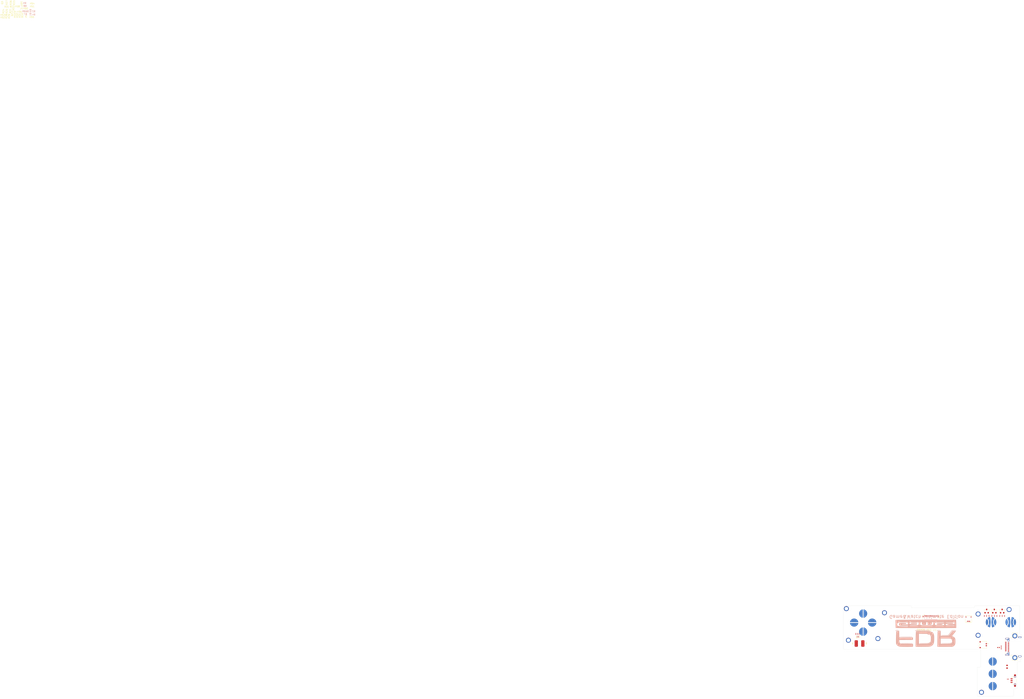
<source format=kicad_pcb>
(kicad_pcb (version 20221018) (generator pcbnew)
  (layers (0 "F.Cu" signal) (1 "In1.Cu" signal) (2 "In2.Cu" signal) (31 "B.Cu" signal) (34 "B.Paste" user) (35 "F.Paste" user) (36 "B.SilkS" user "B.Silkscreen") (37 "F.SilkS" user "F.Silkscreen") (38 "B.Mask" user) (39 "F.Mask" user) (44 "Edge.Cuts" user))
  (net 0 "")
  (net 1 "GND")
  (net 2 "b1p58-PD11")
  (net 3 "b2p61-PD14")
  (net 4 "b3p62-PD15")
  (net 5 "b4p81-PD0")
  (net 6 "b7p7-PC13")
  (net 7 "b8p33-PC5")
  (net 8 "b9p16-PC1")
  (net 9 "b10p22-PA0")
  (net 10 "V3v7")
  (net 11 "d3p55-PD8")
  (net 12 "Net-(IC1-OUT-)")
  (net 13 "Vaux1v8")
  (net 14 "Vusb")
  (net 15 "Net-(IC1-OUT+)")
  (net 16 "aud-d1-p5-PE6")
  (net 17 "aud-c1-p3-PE4")
  (net 18 "aud-b3-p2-PE3")
  (net 19 "Net-(IC1-BCLK)")
  (net 20 "Net-(J4-Pin_2)")
  (net 21 "Net-(J4-Pin_3)")
  (net 22 "Net-(J4-Pin_4)")
  (net 26 "Net-(J6-VBUS-PadA4)")
  (net 27 "Net-(J6-CC1)")
  (net 28 "d19p68-PA9")
  (net 29 "d15p84-PD3")
  (net 30 "d21p45-PE15")
  (net 31 "d27p63-PC6")
  (net 32 "d29p54-PB15")
  (net 33 "d4p87-PD6")
  (net 34 "d6p69-PA10")
  (net 35 "d8p95-PB8")
  (net 36 "d10p15-PC0")
  (net 37 "d12p46-PB10")
  (net 38 "d14p64-PC7")
  (net 39 "d16p78-PC10")
  (net 40 "d18p70-PA11")
  (net 41 "d20p67-PA8")
  (net 42 "d24p52-PB13")
  (net 43 "d26p53-PB14")
  (net 44 "d28p31-PA7")
  (net 45 "V3v3")
  (net 46 "d13p47-PB11")
  (net 47 "d23p51-PB12")
  (net 48 "d25p43-PE13")
  (net 49 "d17p34-PB0")
  (net 50 "d5p57-PD10")
  (net 51 "d11p66-PC9")
  (net 52 "d9p83-PD2")
  (net 53 "d7p91-PB5")
  (net 60 "b5p86-PD5")
  (net 61 "b6p56-PD9")
  (net 62 "q1e-p17-PC2")
  (net 64 "Net-(J6-CC2)")
  (net 65 "q2e-p18-PC3")
  (net 67 "q3e-p25-PA3")
  (net 68 "q1b-p30-PA6")
  (net 69 "q2b-p29-PA5")
  (net 70 "q3b-p28-PA4")
  (net 71 "usbGND")
  (net 76 "Net-(Q1-B)")
  (net 77 "Net-(Q2-B)")
  (net 78 "Net-(Q3-B)")
  (footprint "Capacitor_SMD:C_0201_0603Metric" (layer "F.Cu") (at 197 124)
    (fp_text reference "C34" (at -606 -407) (layer "F.SilkS"))
    (fp_text value "10n")
    (pad "1" smd roundrect (at -0.32 0) (size 0.46 0.4) (layers "F.Cu" "F.Mask") (net 9 "b10p22-PA0"))
    (pad "2" smd roundrect (at 0.32 0) (size 0.46 0.4) (layers "F.Cu" "F.Mask") (net 1 "GND"))
  )
  (footprint "gnw:Speaker" (layer "F.Cu") (at 106.55 102.25 90)
    (fp_text reference "J1" hide)
    (fp_text value "speaker")
    (pad "1" smd roundrect (at 0 -2 90) (size 4 2) (layers "F.Cu" "F.Paste" "F.Mask") (net 15 "Net-(IC1-OUT+)"))
    (pad "2" smd roundrect (at 0 2 90) (size 4 2) (layers "F.Cu" "F.Paste" "F.Mask") (net 12 "Net-(IC1-OUT-)"))
  )
  (footprint "gnw:Molex_502078-3310_2Rows-33Pins-1MP_P0.5mm-int0.25mm_Horizontal" (layer "F.Cu") (at 150 86.75 -90)
    (fp_text reference "J3" (at -373.25 554.25 90) (layer "F.SilkS"))
    (fp_text value "DISPLAY1")
    (pad "1" smd rect locked (at -1.28 4 270) (size 0.8 0.25) (layers "F.Cu" "F.Paste" "F.Mask") (net 1 "GND"))
    (pad "2" smd rect locked (at 1.205 3.75 270) (size 0.65 0.25) (layers "F.Cu" "F.Paste" "F.Mask") (net 1 "GND"))
    (pad "3" smd rect locked (at -1.28 3.5 270) (size 0.8 0.25) (layers "F.Cu" "F.Paste" "F.Mask") (net 11 "d3p55-PD8"))
    (pad "4" smd rect locked (at 1.205 3.25 270) (size 0.65 0.25) (layers "F.Cu" "F.Paste" "F.Mask") (net 33 "d4p87-PD6"))
    (pad "5" smd rect locked (at -1.28 3 270) (size 0.8 0.25) (layers "F.Cu" "F.Paste" "F.Mask") (net 50 "d5p57-PD10"))
    (pad "6" smd rect locked (at 1.205 2.75 270) (size 0.65 0.25) (layers "F.Cu" "F.Paste" "F.Mask") (net 34 "d6p69-PA10"))
    (pad "7" smd rect locked (at -1.28 2.5 270) (size 0.8 0.25) (layers "F.Cu" "F.Paste" "F.Mask") (net 53 "d7p91-PB5"))
    (pad "8" smd rect locked (at 1.205 2.25 270) (size 0.65 0.25) (layers "F.Cu" "F.Paste" "F.Mask") (net 35 "d8p95-PB8"))
    (pad "9" smd rect locked (at -1.28 2 270) (size 0.8 0.25) (layers "F.Cu" "F.Paste" "F.Mask") (net 52 "d9p83-PD2"))
    (pad "10" smd rect locked (at 1.205 1.75 270) (size 0.65 0.25) (layers "F.Cu" "F.Paste" "F.Mask") (net 36 "d10p15-PC0"))
    (pad "11" smd rect locked (at -1.28 1.5 270) (size 0.8 0.25) (layers "F.Cu" "F.Paste" "F.Mask") (net 51 "d11p66-PC9"))
    (pad "12" smd rect locked (at 1.205 1.25 270) (size 0.65 0.25) (layers "F.Cu" "F.Paste" "F.Mask") (net 37 "d12p46-PB10"))
    (pad "13" smd rect locked (at -1.28 1 270) (size 0.8 0.25) (layers "F.Cu" "F.Paste" "F.Mask") (net 46 "d13p47-PB11"))
    (pad "14" smd rect locked (at 1.205 0.75 270) (size 0.65 0.25) (layers "F.Cu" "F.Paste" "F.Mask") (net 38 "d14p64-PC7"))
    (pad "15" smd rect locked (at -1.28 0.5 270) (size 0.8 0.25) (layers "F.Cu" "F.Paste" "F.Mask") (net 29 "d15p84-PD3"))
    (pad "16" smd rect locked (at 1.205 0.25 270) (size 0.65 0.25) (layers "F.Cu" "F.Paste" "F.Mask") (net 39 "d16p78-PC10"))
    (pad "17" smd rect locked (at -1.28 0 270) (size 0.8 0.25) (layers "F.Cu" "F.Paste" "F.Mask") (net 49 "d17p34-PB0"))
    (pad "18" smd rect locked (at 1.205 -0.25 270) (size 0.65 0.25) (layers "F.Cu" "F.Paste" "F.Mask") (net 40 "d18p70-PA11"))
    (pad "19" smd rect locked (at -1.28 -0.5 270) (size 0.8 0.25) (layers "F.Cu" "F.Paste" "F.Mask") (net 28 "d19p68-PA9"))
    (pad "20" smd rect locked (at 1.205 -0.75 270) (size 0.65 0.25) (layers "F.Cu" "F.Paste" "F.Mask") (net 41 "d20p67-PA8"))
    (pad "21" smd rect locked (at -1.28 -1 270) (size 0.8 0.25) (layers "F.Cu" "F.Paste" "F.Mask") (net 30 "d21p45-PE15"))
    (pad "22" smd rect locked (at 1.205 -1.25 270) (size 0.65 0.25) (layers "F.Cu" "F.Paste" "F.Mask") (net 1 "GND"))
    (pad "23" smd rect locked (at -1.28 -1.5 270) (size 0.8 0.25) (layers "F.Cu" "F.Paste" "F.Mask") (net 47 "d23p51-PB12"))
    (pad "24" smd rect locked (at 1.205 -1.75 270) (size 0.65 0.25) (layers "F.Cu" "F.Paste" "F.Mask") (net 42 "d24p52-PB13"))
    (pad "25" smd rect locked (at -1.28 -2 270) (size 0.8 0.25) (layers "F.Cu" "F.Paste" "F.Mask") (net 48 "d25p43-PE13"))
    (pad "26" smd rect locked (at 1.205 -2.25 270) (size 0.65 0.25) (layers "F.Cu" "F.Paste" "F.Mask") (net 43 "d26p53-PB14"))
    (pad "27" smd rect locked (at -1.28 -2.5 270) (size 0.8 0.25) (layers "F.Cu" "F.Paste" "F.Mask") (net 31 "d27p63-PC6"))
    (pad "28" smd rect locked (at 1.205 -2.75 270) (size 0.65 0.25) (layers "F.Cu" "F.Paste" "F.Mask") (net 44 "d28p31-PA7"))
    (pad "29" smd rect locked (at -1.28 -3 270) (size 0.8 0.25) (layers "F.Cu" "F.Paste" "F.Mask") (net 32 "d29p54-PB15"))
    (pad "30" smd rect locked (at 1.205 -3.25 270) (size 0.65 0.25) (layers "F.Cu" "F.Paste" "F.Mask") (net 1 "GND"))
    (pad "31" smd rect locked (at -1.28 -3.5 270) (size 0.8 0.25) (layers "F.Cu" "F.Paste" "F.Mask") (net 13 "Vaux1v8"))
    (pad "32" smd rect locked (at 1.205 -3.75 270) (size 0.65 0.25) (layers "F.Cu" "F.Paste" "F.Mask") (net 45 "V3v3"))
    (pad "33" smd rect locked (at -1.28 -4 270) (size 0.8 0.25) (layers "F.Cu" "F.Paste" "F.Mask") (net 1 "GND"))
    (pad "MP" smd rect locked (at -0.955 -4.67 270) (size 0.85 0.4) (layers "F.Cu" "F.Paste" "F.Mask"))
    (pad "MP" smd rect locked (at -0.955 4.67 270) (size 0.85 0.4) (layers "F.Cu" "F.Paste" "F.Mask"))
  )
  (footprint "gnw:Molex_Easy-On_503480-0400_1x04-1MP_P1.00mm_Horizontal" (layer "F.Cu") (at 173 87.45 180)
    (fp_text reference "J4" (at 577.5 372.45) (layer "F.SilkS"))
    (fp_text value "DISPLAY2")
    (pad "1" smd rect locked (at -0.75 -1.3 180) (size 0.3 0.7) (layers "F.Cu" "F.Paste" "F.Mask") (net 10 "V3v7"))
    (pad "2" smd rect locked (at -0.25 -1.3 180) (size 0.3 0.7) (layers "F.Cu" "F.Paste" "F.Mask") (net 20 "Net-(J4-Pin_2)"))
    (pad "3" smd rect locked (at 0.25 -1.3 180) (size 0.3 0.7) (layers "F.Cu" "F.Paste" "F.Mask") (net 21 "Net-(J4-Pin_3)"))
    (pad "4" smd rect locked (at 0.75 -1.3 180) (size 0.3 0.7) (layers "F.Cu" "F.Paste" "F.Mask") (net 22 "Net-(J4-Pin_4)"))
    (pad "MP" smd rect locked (at -1.54 1.35 180) (size 0.3 1) (layers "F.Cu" "F.Paste" "F.Mask"))
    (pad "MP" smd rect locked (at 1.54 1.35 180) (size 0.3 1) (layers "F.Cu" "F.Paste" "F.Mask"))
  )
  (footprint "Connector_Molex:Molex_Pico-EZmate_78171-0002_1x02-1MP_P1.20mm_Vertical" (layer "F.Cu") (at 182 103 -90)
    (fp_text reference "J5" (at -383 583.75 90) (layer "F.SilkS"))
    (fp_text value "Battery")
    (pad "1" smd roundrect locked (at -0.6 -1.875 270) (size 0.6 0.85) (layers "F.Cu" "F.Paste" "F.Mask"))
    (pad "2" smd roundrect locked (at 0.6 -1.875 270) (size 0.6 0.85) (layers "F.Cu" "F.Paste" "F.Mask") (net 1 "GND"))
    (pad "MP" smd roundrect locked (at -1.75 1.9 270) (size 0.7 0.8) (layers "F.Cu" "F.Paste" "F.Mask"))
    (pad "MP" smd roundrect locked (at 1.75 1.9 270) (size 0.7 0.8) (layers "F.Cu" "F.Paste" "F.Mask"))
  )
  (footprint "Package_TO_SOT_SMD:SOT-23" (layer "F.Cu") (at 184.05 82.5 90)
    (fp_text reference "Q1" (at 371 -588.55 90) (layer "F.SilkS"))
    (fp_text value "PMBT3904")
    (pad "1" smd rect (at -1 -0.95 90) (size 0.9 0.8) (layers "F.Cu" "F.Paste" "F.Mask") (net 76 "Net-(Q1-B)"))
    (pad "2" smd rect (at -1 0.95 90) (size 0.9 0.8) (layers "F.Cu" "F.Paste" "F.Mask") (net 62 "q1e-p17-PC2"))
    (pad "3" smd rect (at 1 0 90) (size 0.9 0.8) (layers "F.Cu" "F.Paste" "F.Mask") (net 20 "Net-(J4-Pin_2)"))
  )
  (footprint "Package_TO_SOT_SMD:SOT-23" (layer "F.Cu") (at 188.75 82.5 90)
    (fp_text reference "Q2" (at 363.75 -599 90) (layer "F.SilkS"))
    (fp_text value "PMBT3904")
    (pad "1" smd rect (at -1 -0.95 90) (size 0.9 0.8) (layers "F.Cu" "F.Paste" "F.Mask") (net 77 "Net-(Q2-B)"))
    (pad "2" smd rect (at -1 0.95 90) (size 0.9 0.8) (layers "F.Cu" "F.Paste" "F.Mask") (net 65 "q2e-p18-PC3"))
    (pad "3" smd rect (at 1 0 90) (size 0.9 0.8) (layers "F.Cu" "F.Paste" "F.Mask") (net 21 "Net-(J4-Pin_3)"))
  )
  (footprint "Package_TO_SOT_SMD:SOT-23" (layer "F.Cu") (at 193.5 82.5 90)
    (fp_text reference "Q3" (at 371 -609.75 90) (layer "F.SilkS"))
    (fp_text value "PMBT3904")
    (pad "1" smd rect (at -1 -0.95 90) (size 0.9 0.8) (layers "F.Cu" "F.Paste" "F.Mask") (net 78 "Net-(Q3-B)"))
    (pad "2" smd rect (at -1 0.95 90) (size 0.9 0.8) (layers "F.Cu" "F.Paste" "F.Mask") (net 67 "q3e-p25-PA3"))
    (pad "3" smd rect (at 1 0 90) (size 0.9 0.8) (layers "F.Cu" "F.Paste" "F.Mask") (net 22 "Net-(J4-Pin_4)"))
  )
  (footprint "Resistor_SMD:R_0201_0603Metric" (layer "F.Cu") (at 105.25 96.43 -90)
    (fp_text reference "R1" hide)
    (fp_text value "10M")
    (pad "1" smd roundrect (at -0.32 0 270) (size 0.46 0.4) (layers "F.Cu" "F.Mask") (net 1 "GND"))
    (pad "2" smd roundrect (at 0.32 0 270) (size 0.46 0.4) (layers "F.Cu" "F.Mask") (net 17 "aud-c1-p3-PE4"))
  )
  (footprint "Resistor_SMD:R_0201_0603Metric" (layer "F.Cu") (at 107.25 96.43 90)
    (fp_text reference "R2" hide)
    (fp_text value "10M")
    (pad "1" smd roundrect (at -0.32 0 90) (size 0.46 0.4) (layers "F.Cu" "F.Mask") (net 16 "aud-d1-p5-PE6"))
    (pad "2" smd roundrect (at 0.32 0 90) (size 0.46 0.4) (layers "F.Cu" "F.Mask") (net 1 "GND"))
  )
  (footprint "Resistor_SMD:R_0201_0603Metric" (layer "F.Cu") (at 104.25 96.423466 -90)
    (fp_text reference "R3" hide)
    (fp_text value "10K")
    (pad "1" smd roundrect (at -0.32 0 270) (size 0.46 0.4) (layers "F.Cu" "F.Mask") (net 1 "GND"))
    (pad "2" smd roundrect (at 0.32 0 270) (size 0.46 0.4) (layers "F.Cu" "F.Mask") (net 18 "aud-b3-p2-PE3"))
  )
  (footprint "Resistor_SMD:R_0201_0603Metric" (layer "F.Cu") (at 106.25 96.423652 90)
    (fp_text reference "R4" hide)
    (fp_text value "10M")
    (pad "1" smd roundrect (at -0.32 0 90) (size 0.46 0.4) (layers "F.Cu" "F.Mask") (net 19 "Net-(IC1-BCLK)"))
    (pad "2" smd roundrect (at 0.32 0 90) (size 0.46 0.4) (layers "F.Cu" "F.Mask") (net 1 "GND"))
  )
  (footprint "Resistor_SMD:R_0201_0603Metric" (layer "F.Cu") (at 185.5 85.405 -90)
    (fp_text reference "R21" (at -368.905 596.75 90) (layer "F.SilkS"))
    (fp_text value "10R")
    (pad "1" smd roundrect (at -0.32 0 270) (size 0.46 0.4) (layers "F.Cu" "F.Mask") (net 62 "q1e-p17-PC2"))
    (pad "2" smd roundrect (at 0.32 0 270) (size 0.46 0.4) (layers "F.Cu" "F.Mask") (net 1 "GND"))
  )
  (footprint "Resistor_SMD:R_0201_0603Metric" (layer "F.Cu") (at 182.640603 85.405 90)
    (fp_text reference "R22" (at 370.82 -592 90) (layer "F.SilkS"))
    (fp_text value "4K7")
    (pad "1" smd roundrect (at -0.32 0 90) (size 0.46 0.4) (layers "F.Cu" "F.Mask") (net 76 "Net-(Q1-B)"))
    (pad "2" smd roundrect (at 0.32 0 90) (size 0.46 0.4) (layers "F.Cu" "F.Mask") (net 1 "GND"))
  )
  (footprint "Resistor_SMD:R_0201_0603Metric" (layer "F.Cu") (at 184.046551 85.405 90)
    (fp_text reference "R23" (at 373.82 -593 90) (layer "F.SilkS"))
    (fp_text value "3K0")
    (pad "1" smd roundrect (at -0.32 0 90) (size 0.46 0.4) (layers "F.Cu" "F.Mask") (net 76 "Net-(Q1-B)"))
    (pad "2" smd roundrect (at 0.32 0 90) (size 0.46 0.4) (layers "F.Cu" "F.Mask") (net 68 "q1b-p30-PA6"))
  )
  (footprint "Resistor_SMD:R_0201_0603Metric" (layer "F.Cu") (at 187.25 85.405 -90)
    (fp_text reference "R24" (at -368.75 602.75 90) (layer "F.SilkS"))
    (fp_text value "3K0")
    (pad "1" smd roundrect (at -0.32 0 270) (size 0.46 0.4) (layers "F.Cu" "F.Mask") (net 77 "Net-(Q2-B)"))
    (pad "2" smd roundrect (at 0.32 0 270) (size 0.46 0.4) (layers "F.Cu" "F.Mask") (net 69 "q2b-p29-PA5"))
  )
  (footprint "Resistor_SMD:R_0201_0603Metric" (layer "F.Cu") (at 188.782158 85.405944 -90)
    (fp_text reference "R25" (at -368.75 602.25 90) (layer "F.SilkS"))
    (fp_text value "4K7")
    (pad "1" smd roundrect (at -0.32 0 270) (size 0.46 0.4) (layers "F.Cu" "F.Mask") (net 77 "Net-(Q2-B)"))
    (pad "2" smd roundrect (at 0.32 0 270) (size 0.46 0.4) (layers "F.Cu" "F.Mask") (net 1 "GND"))
  )
  (footprint "Resistor_SMD:R_0201_0603Metric" (layer "F.Cu") (at 190.282633 85.419548 -90)
    (fp_text reference "R26" (at -373.919548 601.282633 90) (layer "F.SilkS"))
    (fp_text value "10R")
    (pad "1" smd roundrect (at -0.32 0 270) (size 0.46 0.4) (layers "F.Cu" "F.Mask") (net 65 "q2e-p18-PC3"))
    (pad "2" smd roundrect (at 0.32 0 270) (size 0.46 0.4) (layers "F.Cu" "F.Mask") (net 1 "GND"))
  )
  (footprint "Resistor_SMD:R_0201_0603Metric" (layer "F.Cu") (at 193.542387 85.423648 -90)
    (fp_text reference "R27" (at -374 607 90) (layer "F.SilkS"))
    (fp_text value "3K0")
    (pad "1" smd roundrect (at -0.32 0 270) (size 0.46 0.4) (layers "F.Cu" "F.Mask") (net 78 "Net-(Q3-B)"))
    (pad "2" smd roundrect (at 0.32 0 270) (size 0.46 0.4) (layers "F.Cu" "F.Mask") (net 70 "q3b-p28-PA4"))
  )
  (footprint "Resistor_SMD:R_0201_0603Metric" (layer "F.Cu") (at 192.042387 85.418843 -90)
    (fp_text reference "R28" (at -365.673172 605.735765 90) (layer "F.SilkS"))
    (fp_text value "4K7")
    (pad "1" smd roundrect (at -0.32 0 270) (size 0.46 0.4) (layers "F.Cu" "F.Mask") (net 78 "Net-(Q3-B)"))
    (pad "2" smd roundrect (at 0.32 0 270) (size 0.46 0.4) (layers "F.Cu" "F.Mask") (net 1 "GND"))
  )
  (footprint "Resistor_SMD:R_0201_0603Metric" (layer "F.Cu") (at 194.985765 85.423172 -90)
    (fp_text reference "R29" (at -365.673172 606.985765 90) (layer "F.SilkS"))
    (fp_text value "10R")
    (pad "1" smd roundrect (at -0.32 0 270) (size 0.46 0.4) (layers "F.Cu" "F.Mask") (net 67 "q3e-p25-PA3"))
    (pad "2" smd roundrect (at 0.32 0 270) (size 0.46 0.4) (layers "F.Cu" "F.Mask") (net 1 "GND"))
  )
  (footprint "Resistor_SMD:R_0402_1005Metric" (layer "F.Cu") (at 191.325 104.7)
    (fp_text reference "R31" (at -604.825 -390.7) (layer "F.SilkS"))
    (fp_text value "0R")
    (pad "1" smd roundrect (at -0.51 0) (size 0.54 0.64) (layers "F.Cu" "F.Paste" "F.Mask") (net 14 "Vusb"))
    (pad "2" smd roundrect (at 0.51 0) (size 0.54 0.64) (layers "F.Cu" "F.Paste" "F.Mask") (net 26 "Net-(J6-VBUS-PadA4)"))
  )
  (footprint "Resistor_SMD:R_0201_0603Metric" (layer "F.Cu") (at 192.95 103.975 -90)
    (fp_text reference "R32" (at -384.725 599.95 90) (layer "F.SilkS"))
    (fp_text value "5K2")
    (pad "1" smd roundrect (at -0.32 0 270) (size 0.46 0.4) (layers "F.Cu" "F.Mask") (net 64 "Net-(J6-CC2)"))
    (pad "2" smd roundrect (at 0.32 0 270) (size 0.46 0.4) (layers "F.Cu" "F.Mask") (net 71 "usbGND"))
  )
  (footprint "Resistor_SMD:R_0201_0603Metric" (layer "F.Cu") (at 192.95 105.3 -90)
    (fp_text reference "R33" (at -386.05 601.45 90) (layer "F.SilkS"))
    (fp_text value "5K2")
    (pad "1" smd roundrect (at -0.32 0 270) (size 0.46 0.4) (layers "F.Cu" "F.Mask") (net 71 "usbGND"))
    (pad "2" smd roundrect (at 0.32 0 270) (size 0.46 0.4) (layers "F.Cu" "F.Mask") (net 27 "Net-(J6-CC1)"))
  )
  (footprint "Resistor_SMD:R_0603_1608Metric" (layer "F.Cu") (at 196.5 116.425 90)
    (fp_text reference "R34" (at 397.175 -602 90) (layer "F.SilkS"))
    (fp_text value "0R")
    (pad "1" smd roundrect (at -0.825 0 90) (size 0.8 0.95) (layers "F.Cu" "F.Paste" "F.Mask") (net 1 "GND"))
    (pad "2" smd roundrect (at 0.825 0 90) (size 0.8 0.95) (layers "F.Cu" "F.Paste" "F.Mask") (net 71 "usbGND"))
  )
  (footprint "gnw:SW_PUSH_1P1T_Horizontal_Nintendo_GnW" (layer "F.Cu") (at 201 124.85 90)
    (fp_text reference "B10" (at 405.6 -605 90) (layer "F.SilkS"))
    (fp_text value "POWER")
    (pad "1" smd rect (at -1.1 -1.75 90) (size 0.6 1.2) (layers "F.Cu" "F.Paste" "F.Mask") (net 1 "GND"))
    (pad "1" smd rect (at 1.1 -1.75 90) (size 0.6 1.2) (layers "F.Cu" "F.Paste" "F.Mask") (net 1 "GND"))
    (pad "2" smd rect (at 0 -1.75 90) (size 0.6 1.2) (layers "F.Cu" "F.Paste" "F.Mask") (net 9 "b10p22-PA0"))
    (pad "MP" thru_hole circle (at -2.375 0.35 90) (size 1 1) (drill 0.8) (layers "*.Cu" "*.Mask"))
    (pad "MP" smd rect (at -2.375 0.35 270) (size 1.85 1.2) (drill (offset 0.425 0)) (layers "F.Cu" "F.Paste" "F.Mask"))
    (pad "MP" thru_hole circle (at 2.375 0.35 90) (size 1 1) (drill 0.8) (layers "*.Cu" "*.Mask"))
    (pad "MP" smd rect (at 2.375 0.35 90) (size 1.85 1.2) (drill (offset 0.425 0)) (layers "F.Cu" "F.Paste" "F.Mask"))
  )
  (footprint "gnw:MountingHole_2.0mm" (layer "F.Cu") (at 98.5 81)
    (fp_text reference "H51" (at -496.5 -367.25) (layer "F.SilkS"))
    (fp_text value "MountingHole_Pad")
    (pad "1" thru_hole circle locked (at 0 0) (size 3 3) (drill 2) (layers "*.Cu" "*.Mask") (net 1 "GND"))
  )
  (footprint "gnw:MountingHole_2.0mm" (layer "F.Cu") (at 99.75 100.25)
    (fp_text reference "H52" (at -515.75 -379.75) (layer "F.SilkS"))
    (fp_text value "MountingHole_Pad")
    (pad "1" thru_hole circle locked (at 0 0) (size 3 3) (drill 2) (layers "*.Cu" "*.Mask") (net 1 "GND"))
  )
  (footprint "gnw:MountingSlot_NC_1.3x2.2mm" (layer "F.Cu") (at 99.775 103.9)
    (fp_text reference "H53" (at -515.775 -384.9) (layer "F.SilkS"))
    (fp_text value "MountingHole")
    (pad "" np_thru_hole oval locked (at 0 0 350) (size 2.2 1.3) (drill oval 2.2 1.3) (layers "*.Cu" "*.Mask"))
  )
  (footprint "gnw:MountingHole_2.0mm" (layer "F.Cu") (at 121.75 83.5)
    (fp_text reference "H54" (at -519.75 -371.5) (layer "F.SilkS"))
    (fp_text value "MountingHole_Pad")
    (pad "1" thru_hole circle locked (at 0 0) (size 3 3) (drill 2) (layers "*.Cu" "*.Mask") (net 1 "GND"))
  )
  (footprint "gnw:MountingHole_2.0mm" (layer "F.Cu") (at 117.75 99.25)
    (fp_text reference "H55" (at -516 -379) (layer "F.SilkS"))
    (fp_text value "MountingHole_Pad")
    (pad "1" thru_hole circle locked (at 0 0) (size 3 3) (drill 2) (layers "*.Cu" "*.Mask") (net 1 "GND"))
  )
  (footprint "gnw:MountingHole_NC_1.5mm" (layer "F.Cu") (at 200.6 116.15)
    (fp_text reference "H56" (at -606.35 -399.15) (layer "F.SilkS"))
    (fp_text value "MountingHole")
    (pad "" np_thru_hole circle (at 0 0) (size 1.5 1.5) (drill 1.5) (layers "*.Cu" "*.Mask"))
  )
  (footprint "gnw:MountingHole_2.0mm" (layer "F.Cu") (at 180.9 132)
    (fp_text reference "H60" (at -582.9 -417) (layer "F.SilkS"))
    (fp_text value "MountingHole_Pad")
    (pad "1" thru_hole circle (at 0 0) (size 3 3) (drill 2) (layers "*.Cu" "*.Mask") (net 1 "GND"))
  )
  (footprint "gnw:MountingHole_2.0mm" (layer "F.Cu") (at 178.85 97.25)
    (fp_text reference "H58" (at -585.85 -383.5) (layer "F.SilkS"))
    (fp_text value "MountingHole_Pad")
    (pad "1" thru_hole circle locked (at 0 0) (size 3 3) (drill 2) (layers "*.Cu" "*.Mask") (net 1 "GND"))
  )
  (footprint "gnw:MountingHole_2.0mm" (layer "F.Cu") (at 178.85 84.25)
    (fp_text reference "H59" hide)
    (fp_text value "MountingHole_Pad" hide)
    (pad "1" thru_hole circle locked (at 0 0) (size 3 3) (drill 2) (layers "*.Cu" "*.Mask") (net 1 "GND"))
  )
  (footprint "gnw:MountingHole_2.0mm" (layer "F.Cu") (at 197.75 81.55)
    (fp_text reference "H57" hide)
    (fp_text value "MountingHole_Pad" hide)
    (pad "1" thru_hole circle locked (at 0 0) (size 3 3) (drill 2) (layers "*.Cu" "*.Mask") (net 1 "GND"))
  )
  (footprint "gnw:WLCSP-12_1.18x1.95_Layout3x4_P0.4mm" (layer "F.Cu") (at 105.55 98.15 90)
    (fp_text reference "IC1" hide)
    (fp_text value "NAU8315-B31V")
    (pad "A1" smd circle (at -0.4 -0.6 90) (size 0.265 0.265) (layers "F.Cu" "F.Mask") (net 12 "Net-(IC1-OUT-)"))
    (pad "A2" smd circle (at 0 -0.6 90) (size 0.265 0.265) (layers "F.Cu" "F.Mask") (net 1 "GND"))
    (pad "A3" smd circle (at 0.4 -0.6 90) (size 0.265 0.265) (layers "F.Cu" "F.Mask") (net 15 "Net-(IC1-OUT+)"))
    (pad "B1" smd circle (at -0.4 -0.2 90) (size 0.265 0.265) (layers "F.Cu" "F.Mask"))
    (pad "B2" smd circle (at 0 -0.2 90) (size 0.265 0.265) (layers "F.Cu" "F.Mask") (net 10 "V3v7"))
    (pad "B3" smd circle (at 0.4 -0.2 90) (size 0.265 0.265) (layers "F.Cu" "F.Mask") (net 18 "aud-b3-p2-PE3"))
    (pad "C1" smd circle (at -0.4 0.2 90) (size 0.265 0.265) (layers "F.Cu" "F.Mask") (net 17 "aud-c1-p3-PE4"))
    (pad "C2" smd circle (at 0 0.2 90) (size 0.265 0.265) (layers "F.Cu" "F.Mask") (net 10 "V3v7"))
    (pad "C3" smd circle (at 0.4 0.2 90) (size 0.265 0.265) (layers "F.Cu" "F.Mask") (net 1 "GND"))
    (pad "D1" smd circle (at -0.4 0.6 90) (size 0.265 0.265) (layers "F.Cu" "F.Mask") (net 16 "aud-d1-p5-PE6"))
    (pad "D2" smd circle (at 0 0.6 90) (size 0.265 0.265) (layers "F.Cu" "F.Mask") (net 10 "V3v7"))
    (pad "D3" smd circle (at 0.4 0.6 90) (size 0.265 0.265) (layers "F.Cu" "F.Mask") (net 19 "Net-(IC1-BCLK)"))
  )
  (footprint "gnw:USB_C_Receptacle_JAE_DX07BN24JA2" (layer "F.Cu") (at 196.05 104.25 90)
    (fp_text reference "J6" (at 390.25 -607.05 90) (layer "F.SilkS"))
    (fp_text value "USB-C")
    (pad "" thru_hole oval (at -4.925 0.45 90) (size 0.6 1.9) (drill oval 0.6 1.9) (layers "*.Cu" "*.Mask"))
    (pad "" thru_hole custom (at -3.775 1.1 90) (size 1 1) (drill 0.8) (layers "*.Cu" "*.Mask") (options (clearance outline) (anchor circle)) (primitives (gr_poly (pts (xy -0.674 -1.163) (xy -0.664 -1.104) (xy -0.657 -1.054) (xy -0.646 -1.011) (xy -0.639 -0.983) (xy -0.617 -0.924) (xy -0.591 -0.869) (xy -0.579 -0.847) (xy -0.553 -0.804) (xy -0.539 -0.785) (xy -0.521 -0.76) (xy -0.51 -0.746) (xy -0.487 -0.721) (xy -0.457 -0.689) (xy -0.417 -0.653) (xy -0.391 -0.634) (xy -0.348 -0.604) (xy -0.299 -0.575) (xy -0.244 -0.549) (xy -0.215 -0.539) (xy -0.179 -0.526) (xy -0.123 -0.511) (xy -0.089 -0.505) (xy -0.048 -0.499) (xy 0.01 -0.5) (xy 0.049 -0.497) (xy 0.101 -0.49) (xy 0.158 -0.474) (xy 0.206 -0.456) (xy 0.258 -0.428) (xy 0.303 -0.398) (xy 0.34 -0.366) (xy 0.37 -0.336) (xy 0.401 -0.298) (xy 0.422 -0.268) (xy 0.428 -0.259) (xy 0.452 -0.214) (xy 0.47 -0.17) (xy 0.484 -0.125) (xy 0.494 -0.074) (xy 0.498 -0.045) (xy 0.5 0.006) (xy 0.5 0.469) (xy 0.346 0.557) (xy 0.261 0.428) (xy 0.454 0.132) (xy 0.441 -0.15) (xy 0.33 -0.333) (xy 0.17 -0.436) (xy -0.004 -0.459) (xy -0.201 -0.417) (xy -0.423 -0.212) (xy -0.458 0.087) (xy -0.365 0.294) (xy -0.313 0.395) (xy -0.889 0.429) (xy -0.864 0.244) (xy -0.765 -0.018) (xy -0.773 -1.138) (xy -0.675 -1.198)) (width 0.001) (fill yes)) (gr_line (start -1.476 0.475) (end 0.35 0.475) (width 0.3)) (gr_poly (pts (xy -0.674 -1.164) (xy -0.664 -1.105) (xy -0.657 -1.055) (xy -0.646 -1.012) (xy -0.639 -0.984) (xy -0.617 -0.925) (xy -0.591 -0.87) (xy -0.579 -0.848) (xy -0.553 -0.805) (xy -0.539 -0.786) (xy -0.521 -0.761) (xy -0.51 -0.747) (xy -0.487 -0.722) (xy -0.457 -0.69) (xy -0.417 -0.654) (xy -0.391 -0.635) (xy -0.348 -0.605) (xy -0.299 -0.576) (xy -0.244 -0.55) (xy -0.215 -0.54) (xy -0.179 -0.527) (xy -0.123 -0.512) (xy -0.089 -0.506) (xy -0.048 -0.5) (xy 0.01 -0.501) (xy 0.049 -0.498) (xy 0.101 -0.491) (xy 0.158 -0.475) (xy 0.206 -0.457) (xy 0.258 -0.429) (xy 0.303 -0.399) (xy 0.34 -0.367) (xy 0.37 -0.337) (xy 0.401 -0.299) (xy 0.422 -0.269) (xy 0.428 -0.26) (xy 0.452 -0.215) (xy 0.47 -0.171) (xy 0.484 -0.126) (xy 0.494 -0.075) (xy 0.498 -0.046) (xy 0.5 0.005) (xy 0.5 0.468) (xy 0.346 0.556) (xy 0.261 0.427) (xy 0.454 0.131) (xy 0.441 -0.151) (xy 0.33 -0.334) (xy 0.17 -0.437) (xy -0.004 -0.46) (xy -0.201 -0.418) (xy -0.423 -0.213) (xy -0.458 0.086) (xy -0.365 0.293) (xy -0.313 0.394) (xy -0.889 0.428) (xy -0.864 0.243) (xy -0.765 -0.019) (xy -0.773 -1.139) (xy -0.675 -1.199)) (width 0.001) (fill yes)) (gr_poly (pts (xy -1.344 0.34) (xy -1.625 0.475) (xy -1.624 -0.006)) (width 0.002) (fill yes)) (gr_line (start -1.476 0.475) (end 0.35 0.475) (width 0.3)) (gr_poly (pts (xy -1.344 0.34) (xy -1.625 0.475) (xy -1.624 -0.006)) (width 0.002) (fill yes)) (gr_poly (pts (xy -1.104 -1.773) (xy -1.057 -1.766) (xy -1.011 -1.754) (xy -0.968 -1.739) (xy -0.926 -1.719) (xy -0.886 -1.695) (xy -0.848 -1.667) (xy -0.813 -1.635) (xy -0.782 -1.6) (xy -0.755 -1.564) (xy -0.73 -1.522) (xy -0.711 -1.481) (xy -0.695 -1.437) (xy -0.684 -1.392) (xy -0.677 -1.345) (xy -0.675 -1.3) (xy -0.675 -1.199) (xy -0.673 -1.165) (xy -0.669 -1.131) (xy -0.635 -0.902) (xy -0.86 0.34) (xy -0.959 0.231) (xy -0.951 0.224) (xy -0.942 0.216) (xy -0.935 0.209) (xy -0.917 0.189) (xy -0.9 0.166) (xy -0.885 0.141) (xy -0.872 0.113) (xy -0.862 0.085) (xy -0.855 0.057) (xy -0.851 0.027) (xy -0.85 0) (xy -0.85 -1.303) (xy -0.851 -1.33) (xy -0.856 -1.359) (xy -0.863 -1.388) (xy -0.872 -1.413) (xy -0.882 -1.434) (xy -0.888 -1.446) (xy -0.899 -1.464) (xy -0.903 -1.47) (xy -0.911 -1.481) (xy -0.922 -1.495) (xy -0.935 -1.509) (xy -0.952 -1.525) (xy -0.962 -1.534) (xy -0.984 -1.55) (xy -1.009 -1.565) (xy -1.037 -1.578) (xy -1.066 -1.588) (xy -1.095 -1.595) (xy -1.122 -1.599) (xy -1.151 -1.6) (xy -1.176 -1.599) (xy -1.209 -1.594) (xy -1.238 -1.587) (xy -1.266 -1.576) (xy -1.291 -1.565) (xy -1.319 -1.548) (xy -1.341 -1.532) (xy -1.363 -1.511) (xy -1.385 -1.487) (xy -1.402 -1.463) (xy -1.416 -1.44) (xy -1.428 -1.412) (xy -1.439 -1.383) (xy -1.445 -1.354) (xy -1.449 -1.328) (xy -1.45 -1.301) (xy -1.45 0.003) (xy -1.448 0.035) (xy -1.445 0.054) (xy -1.44 0.076) (xy -1.436 0.09) (xy -1.427 0.115) (xy -1.415 0.141) (xy -1.399 0.167) (xy -1.381 0.191) (xy -1.362 0.212) (xy -1.34 0.232) (xy -1.316 0.25) (xy -1.291 0.265) (xy -1.265 0.277) (xy -1.237 0.287) (xy -1.205 0.295) (xy -1.177 0.299) (xy -1.148 0.3) (xy -1.122 0.299) (xy -1.09 0.294) (xy -1.063 0.287) (xy -1.038 0.278) (xy -1.028 0.274) (xy -1.008 0.264) (xy -0.989 0.253) (xy -0.979 0.246) (xy -0.964 0.235) (xy -0.96 0.232) (xy -0.891 0.309) (xy -0.955 0.515) (xy -1.625 0.45) (xy -1.625 -1.301) (xy -1.624 -1.319) (xy -1.623 -1.346) (xy -1.619 -1.371) (xy -1.616 -1.393) (xy -1.604 -1.438) (xy -1.589 -1.481) (xy -1.569 -1.524) (xy -1.545 -1.564) (xy -1.517 -1.601) (xy -1.486 -1.636) (xy -1.45 -1.668) (xy -1.414 -1.695) (xy -1.374 -1.719) (xy -1.331 -1.739) (xy -1.287 -1.755) (xy -1.242 -1.766) (xy -1.196 -1.773) (xy -1.149 -1.775)) (width 0.001) (fill yes)) (gr_poly (pts (xy -0.582 -0.228) (xy -0.772 0.537) (xy -1.124 0.413) (xy -0.974 0.243) (xy -0.948 0.222) (xy -0.902 0.198) (xy -0.844 0.089) (xy -0.781 -0.252)) (width 0.001) (fill yes)) (gr_poly (pts (xy -0.583 -0.23) (xy -0.773 0.535) (xy -1.125 0.411) (xy -0.975 0.241) (xy -0.949 0.22) (xy -0.903 0.196) (xy -0.845 0.087) (xy -0.782 -0.254)) (width 0.001) (fill yes)) (gr_poly (pts (xy -1.105 -1.773) (xy -1.058 -1.766) (xy -1.012 -1.754) (xy -0.969 -1.739) (xy -0.927 -1.719) (xy -0.887 -1.695) (xy -0.849 -1.667) (xy -0.814 -1.635) (xy -0.783 -1.6) (xy -0.756 -1.564) (xy -0.731 -1.522) (xy -0.712 -1.481) (xy -0.696 -1.437) (xy -0.685 -1.392) (xy -0.678 -1.345) (xy -0.676 -1.3) (xy -0.676 -1.199) (xy -0.674 -1.165) (xy -0.67 -1.131) (xy -0.636 -0.902) (xy -0.861 0.34) (xy -0.96 0.231) (xy -0.952 0.224) (xy -0.943 0.216) (xy -0.936 0.209) (xy -0.918 0.189) (xy -0.901 0.166) (xy -0.886 0.141) (xy -0.873 0.113) (xy -0.863 0.085) (xy -0.856 0.057) (xy -0.852 0.027) (xy -0.851 0) (xy -0.851 -1.303) (xy -0.852 -1.33) (xy -0.857 -1.359) (xy -0.864 -1.388) (xy -0.873 -1.413) (xy -0.883 -1.434) (xy -0.889 -1.446) (xy -0.9 -1.464) (xy -0.904 -1.47) (xy -0.912 -1.481) (xy -0.923 -1.495) (xy -0.936 -1.509) (xy -0.953 -1.525) (xy -0.963 -1.534) (xy -0.985 -1.55) (xy -1.01 -1.565) (xy -1.038 -1.578) (xy -1.067 -1.588) (xy -1.096 -1.595) (xy -1.123 -1.599) (xy -1.152 -1.6) (xy -1.177 -1.599) (xy -1.21 -1.594) (xy -1.239 -1.587) (xy -1.267 -1.576) (xy -1.292 -1.565) (xy -1.32 -1.548) (xy -1.342 -1.532) (xy -1.364 -1.511) (xy -1.386 -1.487) (xy -1.403 -1.463) (xy -1.417 -1.44) (xy -1.429 -1.412) (xy -1.44 -1.383) (xy -1.446 -1.354) (xy -1.45 -1.328) (xy -1.451 -1.301) (xy -1.451 0.003) (xy -1.449 0.035) (xy -1.446 0.054) (xy -1.441 0.076) (xy -1.437 0.09) (xy -1.428 0.115) (xy -1.416 0.141) (xy -1.4 0.167) (xy -1.382 0.191) (xy -1.363 0.212) (xy -1.341 0.232) (xy -1.317 0.25) (xy -1.292 0.265) (xy -1.266 0.277) (xy -1.238 0.287) (xy -1.206 0.295) (xy -1.178 0.299) (xy -1.149 0.3) (xy -1.123 0.299) (xy -1.091 0.294) (xy -1.064 0.287) (xy -1.039 0.278) (xy -1.029 0.274) (xy -1.009 0.264) (xy -0.99 0.253) (xy -0.98 0.246) (xy -0.965 0.235) (xy -0.961 0.232) (xy -0.892 0.309) (xy -0.956 0.515) (xy -1.626 0.45) (xy -1.626 -1.301) (xy -1.625 -1.319) (xy -1.624 -1.346) (xy -1.62 -1.371) (xy -1.617 -1.393) (xy -1.605 -1.438) (xy -1.59 -1.481) (xy -1.57 -1.524) (xy -1.546 -1.564) (xy -1.518 -1.601) (xy -1.487 -1.636) (xy -1.451 -1.668) (xy -1.415 -1.695) (xy -1.375 -1.719) (xy -1.332 -1.739) (xy -1.288 -1.755) (xy -1.243 -1.766) (xy -1.197 -1.773) (xy -1.15 -1.775)) (width 0.001) (fill yes))))
    (pad "" np_thru_hole circle (at -3.675 0 90) (size 0.6 0.6) (drill 0.6) (layers "*.Cu" "*.Mask"))
    (pad "" np_thru_hole circle (at 3.675 0 90) (size 0.6 0.6) (drill 0.6) (layers "*.Cu" "*.Mask"))
    (pad "" thru_hole custom (at 3.775 1.1 90) (size 1 1) (drill 0.8) (layers "*.Cu" "*.Mask") (options (clearance outline) (anchor circle)) (primitives (gr_poly (pts (xy 0.773 -1.138) (xy 0.765 -0.018) (xy 0.864 0.244) (xy 0.889 0.429) (xy 0.313 0.395) (xy 0.365 0.294) (xy 0.458 0.087) (xy 0.423 -0.212) (xy 0.201 -0.417) (xy 0.004 -0.459) (xy -0.17 -0.436) (xy -0.33 -0.333) (xy -0.441 -0.15) (xy -0.454 0.132) (xy -0.261 0.428) (xy -0.346 0.557) (xy -0.5 0.469) (xy -0.5 0.006) (xy -0.498 -0.045) (xy -0.494 -0.074) (xy -0.484 -0.125) (xy -0.47 -0.17) (xy -0.452 -0.214) (xy -0.428 -0.259) (xy -0.422 -0.268) (xy -0.401 -0.298) (xy -0.37 -0.336) (xy -0.34 -0.366) (xy -0.303 -0.398) (xy -0.258 -0.428) (xy -0.206 -0.456) (xy -0.158 -0.474) (xy -0.101 -0.49) (xy -0.049 -0.497) (xy -0.01 -0.5) (xy 0.048 -0.499) (xy 0.089 -0.505) (xy 0.123 -0.511) (xy 0.179 -0.526) (xy 0.215 -0.539) (xy 0.244 -0.549) (xy 0.299 -0.575) (xy 0.348 -0.604) (xy 0.391 -0.634) (xy 0.417 -0.653) (xy 0.457 -0.689) (xy 0.487 -0.721) (xy 0.51 -0.746) (xy 0.521 -0.76) (xy 0.539 -0.785) (xy 0.553 -0.804) (xy 0.579 -0.847) (xy 0.591 -0.869) (xy 0.617 -0.924) (xy 0.639 -0.983) (xy 0.646 -1.011) (xy 0.657 -1.054) (xy 0.664 -1.104) (xy 0.674 -1.163) (xy 0.675 -1.198)) (width 0.001) (fill yes)) (gr_line (start 1.476 0.475) (end -0.35 0.475) (width 0.3)) (gr_poly (pts (xy 0.773 -1.139) (xy 0.765 -0.019) (xy 0.864 0.243) (xy 0.889 0.428) (xy 0.313 0.394) (xy 0.365 0.293) (xy 0.458 0.086) (xy 0.423 -0.213) (xy 0.201 -0.418) (xy 0.004 -0.46) (xy -0.17 -0.437) (xy -0.33 -0.334) (xy -0.441 -0.151) (xy -0.454 0.131) (xy -0.261 0.427) (xy -0.346 0.556) (xy -0.5 0.468) (xy -0.5 0.005) (xy -0.498 -0.046) (xy -0.494 -0.075) (xy -0.484 -0.126) (xy -0.47 -0.171) (xy -0.452 -0.215) (xy -0.428 -0.26) (xy -0.422 -0.269) (xy -0.401 -0.299) (xy -0.37 -0.337) (xy -0.34 -0.367) (xy -0.303 -0.399) (xy -0.258 -0.429) (xy -0.206 -0.457) (xy -0.158 -0.475) (xy -0.101 -0.491) (xy -0.049 -0.498) (xy -0.01 -0.501) (xy 0.048 -0.5) (xy 0.089 -0.506) (xy 0.123 -0.512) (xy 0.179 -0.527) (xy 0.215 -0.54) (xy 0.244 -0.55) (xy 0.299 -0.576) (xy 0.348 -0.605) (xy 0.391 -0.635) (xy 0.417 -0.654) (xy 0.457 -0.69) (xy 0.487 -0.722) (xy 0.51 -0.747) (xy 0.521 -0.761) (xy 0.539 -0.786) (xy 0.553 -0.805) (xy 0.579 -0.848) (xy 0.591 -0.87) (xy 0.617 -0.925) (xy 0.639 -0.984) (xy 0.646 -1.012) (xy 0.657 -1.055) (xy 0.664 -1.105) (xy 0.674 -1.164) (xy 0.675 -1.199)) (width 0.001) (fill yes)) (gr_poly (pts (xy 1.625 0.475) (xy 1.344 0.34) (xy 1.624 -0.006)) (width 0.002) (fill yes)) (gr_line (start 1.476 0.475) (end -0.35 0.475) (width 0.3)) (gr_poly (pts (xy 1.625 0.475) (xy 1.344 0.34) (xy 1.624 -0.006)) (width 0.002) (fill yes)) (gr_poly (pts (xy 1.196 -1.773) (xy 1.242 -1.766) (xy 1.287 -1.755) (xy 1.331 -1.739) (xy 1.374 -1.719) (xy 1.414 -1.695) (xy 1.45 -1.668) (xy 1.486 -1.636) (xy 1.517 -1.601) (xy 1.545 -1.564) (xy 1.569 -1.524) (xy 1.589 -1.481) (xy 1.604 -1.438) (xy 1.616 -1.393) (xy 1.619 -1.371) (xy 1.623 -1.346) (xy 1.624 -1.319) (xy 1.625 -1.301) (xy 1.625 0.45) (xy 0.955 0.515) (xy 0.891 0.309) (xy 0.96 0.232) (xy 0.964 0.235) (xy 0.979 0.246) (xy 0.989 0.253) (xy 1.008 0.264) (xy 1.028 0.274) (xy 1.038 0.278) (xy 1.063 0.287) (xy 1.09 0.294) (xy 1.122 0.299) (xy 1.148 0.3) (xy 1.177 0.299) (xy 1.205 0.295) (xy 1.237 0.287) (xy 1.265 0.277) (xy 1.291 0.265) (xy 1.316 0.25) (xy 1.34 0.232) (xy 1.362 0.212) (xy 1.381 0.191) (xy 1.399 0.167) (xy 1.415 0.141) (xy 1.427 0.115) (xy 1.436 0.09) (xy 1.44 0.076) (xy 1.445 0.054) (xy 1.448 0.035) (xy 1.45 0.003) (xy 1.45 -1.301) (xy 1.449 -1.328) (xy 1.445 -1.354) (xy 1.439 -1.383) (xy 1.428 -1.412) (xy 1.416 -1.44) (xy 1.402 -1.463) (xy 1.385 -1.487) (xy 1.363 -1.511) (xy 1.341 -1.532) (xy 1.319 -1.548) (xy 1.291 -1.565) (xy 1.266 -1.576) (xy 1.238 -1.587) (xy 1.209 -1.594) (xy 1.176 -1.599) (xy 1.151 -1.6) (xy 1.122 -1.599) (xy 1.095 -1.595) (xy 1.066 -1.588) (xy 1.037 -1.578) (xy 1.009 -1.565) (xy 0.984 -1.55) (xy 0.962 -1.534) (xy 0.952 -1.525) (xy 0.935 -1.509) (xy 0.922 -1.495) (xy 0.911 -1.481) (xy 0.903 -1.47) (xy 0.899 -1.464) (xy 0.888 -1.446) (xy 0.882 -1.434) (xy 0.872 -1.413) (xy 0.863 -1.388) (xy 0.856 -1.359) (xy 0.851 -1.33) (xy 0.85 -1.303) (xy 0.85 0) (xy 0.851 0.027) (xy 0.855 0.057) (xy 0.862 0.085) (xy 0.872 0.113) (xy 0.885 0.141) (xy 0.9 0.166) (xy 0.917 0.189) (xy 0.935 0.209) (xy 0.942 0.216) (xy 0.951 0.224) (xy 0.959 0.231) (xy 0.86 0.34) (xy 0.635 -0.902) (xy 0.669 -1.131) (xy 0.673 -1.165) (xy 0.675 -1.199) (xy 0.675 -1.3) (xy 0.677 -1.345) (xy 0.684 -1.392) (xy 0.695 -1.437) (xy 0.711 -1.481) (xy 0.73 -1.522) (xy 0.755 -1.564) (xy 0.782 -1.6) (xy 0.813 -1.635) (xy 0.848 -1.667) (xy 0.886 -1.695) (xy 0.926 -1.719) (xy 0.968 -1.739) (xy 1.011 -1.754) (xy 1.057 -1.766) (xy 1.104 -1.773) (xy 1.149 -1.775)) (width 0.001) (fill yes)) (gr_poly (pts (xy 0.844 0.089) (xy 0.902 0.198) (xy 0.948 0.222) (xy 0.974 0.243) (xy 1.124 0.413) (xy 0.772 0.537) (xy 0.582 -0.228) (xy 0.781 -0.252)) (width 0.001) (fill yes)) (gr_poly (pts (xy 0.845 0.087) (xy 0.903 0.196) (xy 0.949 0.22) (xy 0.975 0.241) (xy 1.125 0.411) (xy 0.773 0.535) (xy 0.583 -0.23) (xy 0.782 -0.254)) (width 0.001) (fill yes)) (gr_poly (pts (xy 1.197 -1.773) (xy 1.243 -1.766) (xy 1.288 -1.755) (xy 1.332 -1.739) (xy 1.375 -1.719) (xy 1.415 -1.695) (xy 1.451 -1.668) (xy 1.487 -1.636) (xy 1.518 -1.601) (xy 1.546 -1.564) (xy 1.57 -1.524) (xy 1.59 -1.481) (xy 1.605 -1.438) (xy 1.617 -1.393) (xy 1.62 -1.371) (xy 1.624 -1.346) (xy 1.625 -1.319) (xy 1.626 -1.301) (xy 1.626 0.45) (xy 0.956 0.515) (xy 0.892 0.309) (xy 0.961 0.232) (xy 0.965 0.235) (xy 0.98 0.246) (xy 0.99 0.253) (xy 1.009 0.264) (xy 1.029 0.274) (xy 1.039 0.278) (xy 1.064 0.287) (xy 1.091 0.294) (xy 1.123 0.299) (xy 1.149 0.3) (xy 1.178 0.299) (xy 1.206 0.295) (xy 1.238 0.287) (xy 1.266 0.277) (xy 1.292 0.265) (xy 1.317 0.25) (xy 1.341 0.232) (xy 1.363 0.212) (xy 1.382 0.191) (xy 1.4 0.167) (xy 1.416 0.141) (xy 1.428 0.115) (xy 1.437 0.09) (xy 1.441 0.076) (xy 1.446 0.054) (xy 1.449 0.035) (xy 1.451 0.003) (xy 1.451 -1.301) (xy 1.45 -1.328) (xy 1.446 -1.354) (xy 1.44 -1.383) (xy 1.429 -1.412) (xy 1.417 -1.44) (xy 1.403 -1.463) (xy 1.386 -1.487) (xy 1.364 -1.511) (xy 1.342 -1.532) (xy 1.32 -1.548) (xy 1.292 -1.565) (xy 1.267 -1.576) (xy 1.239 -1.587) (xy 1.21 -1.594) (xy 1.177 -1.599) (xy 1.152 -1.6) (xy 1.123 -1.599) (xy 1.096 -1.595) (xy 1.067 -1.588) (xy 1.038 -1.578) (xy 1.01 -1.565) (xy 0.985 -1.55) (xy 0.963 -1.534) (xy 0.953 -1.525) (xy 0.936 -1.509) (xy 0.923 -1.495) (xy 0.912 -1.481) (xy 0.904 -1.47) (xy 0.9 -1.464) (xy 0.889 -1.446) (xy 0.883 -1.434) (xy 0.873 -1.413) (xy 0.864 -1.388) (xy 0.857 -1.359) (xy 0.852 -1.33) (xy 0.851 -1.303) (xy 0.851 0) (xy 0.852 0.027) (xy 0.856 0.057) (xy 0.863 0.085) (xy 0.873 0.113) (xy 0.886 0.141) (xy 0.901 0.166) (xy 0.918 0.189) (xy 0.936 0.209) (xy 0.943 0.216) (xy 0.952 0.224) (xy 0.96 0.231) (xy 0.861 0.34) (xy 0.636 -0.902) (xy 0.67 -1.131) (xy 0.674 -1.165) (xy 0.676 -1.199) (xy 0.676 -1.3) (xy 0.678 -1.345) (xy 0.685 -1.392) (xy 0.696 -1.437) (xy 0.712 -1.481) (xy 0.731 -1.522) (xy 0.756 -1.564) (xy 0.783 -1.6) (xy 0.814 -1.635) (xy 0.849 -1.667) (xy 0.887 -1.695) (xy 0.927 -1.719) (xy 0.969 -1.739) (xy 1.012 -1.754) (xy 1.058 -1.766) (xy 1.105 -1.773) (xy 1.15 -1.775)) (width 0.001) (fill yes))))
    (pad "" thru_hole oval (at 4.925 0.45 90) (size 0.6 1.9) (drill oval 0.6 1.9) (layers "*.Cu" "*.Mask"))
    (pad "A1" smd rect (at -2.625 -0.325 90) (size 0.27 0.95) (layers "F.Cu" "F.Paste" "F.Mask") (net 71 "usbGND"))
    (pad "A2" smd rect (at -2.125 -0.325 90) (size 0.27 0.95) (layers "F.Cu" "F.Paste" "F.Mask"))
    (pad "A3" smd rect (at -1.625 -0.325 90) (size 0.27 0.95) (layers "F.Cu" "F.Paste" "F.Mask"))
    (pad "A4" smd rect (at -1.125 -0.325 90) (size 0.27 0.95) (layers "F.Cu" "F.Paste" "F.Mask") (net 26 "Net-(J6-VBUS-PadA4)"))
    (pad "A5" smd rect (at -0.625 -0.325 90) (size 0.27 0.95) (layers "F.Cu" "F.Paste" "F.Mask") (net 27 "Net-(J6-CC1)"))
    (pad "A6" smd rect (at -0.125 -0.325 90) (size 0.27 0.95) (layers "F.Cu" "F.Paste" "F.Mask"))
    (pad "A7" smd rect (at 0.375 -0.325 90) (size 0.27 0.95) (layers "F.Cu" "F.Paste" "F.Mask"))
    (pad "A8" smd rect (at 0.875 -0.325 270) (size 0.27 0.95) (layers "F.Cu" "F.Paste" "F.Mask"))
    (pad "A9" smd rect (at 1.375 -0.325 90) (size 0.27 0.95) (layers "F.Cu" "F.Paste" "F.Mask") (net 26 "Net-(J6-VBUS-PadA4)"))
    (pad "A10" smd rect (at 1.875 -0.325 90) (size 0.27 0.95) (layers "F.Cu" "F.Paste" "F.Mask"))
    (pad "A11" smd rect (at 2.375 -0.325 90) (size 0.27 0.95) (layers "F.Cu" "F.Paste" "F.Mask"))
    (pad "A12" smd rect (at 2.875 -0.325 90) (size 0.27 0.95) (layers "F.Cu" "F.Paste" "F.Mask") (net 71 "usbGND"))
    (pad "B1" smd rect (at 2.625 1.325 90) (size 0.27 0.85) (layers "F.Cu" "F.Paste" "F.Mask") (net 71 "usbGND"))
    (pad "B2" smd rect (at 2.125 1.325 90) (size 0.27 0.85) (layers "F.Cu" "F.Paste" "F.Mask"))
    (pad "B3" smd rect (at 1.625 1.325 90) (size 0.27 0.85) (layers "F.Cu" "F.Paste" "F.Mask"))
    (pad "B4" smd rect (at 1.125 1.325 90) (size 0.27 0.85) (layers "F.Cu" "F.Paste" "F.Mask") (net 26 "Net-(J6-VBUS-PadA4)"))
    (pad "B5" smd rect (at 0.625 1.325 90) (size 0.27 0.85) (layers "F.Cu" "F.Paste" "F.Mask") (net 64 "Net-(J6-CC2)"))
    (pad "B6" smd rect (at 0.125 1.325 90) (size 0.27 0.85) (layers "F.Cu" "F.Paste" "F.Mask"))
    (pad "B7" smd rect (at -0.375 1.325 90) (size 0.27 0.85) (layers "F.Cu" "F.Paste" "F.Mask"))
    (pad "B8" smd rect (at -0.875 1.325 90) (size 0.27 0.85) (layers "F.Cu" "F.Paste" "F.Mask"))
    (pad "B9" smd rect (at -1.375 1.325 90) (size 0.27 0.85) (layers "F.Cu" "F.Paste" "F.Mask") (net 26 "Net-(J6-VBUS-PadA4)"))
    (pad "B10" smd rect (at -1.875 1.325 90) (size 0.27 0.85) (layers "F.Cu" "F.Paste" "F.Mask"))
    (pad "B11" smd rect (at -2.375 1.325 90) (size 0.27 0.85) (layers "F.Cu" "F.Paste" "F.Mask"))
    (pad "B12" smd rect (at -2.875 1.325 90) (size 0.27 0.85) (layers "F.Cu" "F.Paste" "F.Mask") (net 71 "usbGND"))
    (pad "S1" thru_hole circle (at -6.65 5.2 90) (size 3 3) (drill 1.8) (layers "*.Cu" "*.Mask") (net 71 "usbGND"))
    (pad "S1" thru_hole oval (at -5.85 8.2 90) (size 1 2) (drill oval 0.6 1.6) (layers "*.Cu" "*.Mask") (net 71 "usbGND"))
    (pad "S1" thru_hole oval (at 5.85 8.2 90) (size 1 2) (drill oval 0.6 1.6) (layers "*.Cu" "*.Mask") (net 71 "usbGND"))
    (pad "S1" thru_hole circle (at 6.65 5.2 90) (size 3 3) (drill 1.8) (layers "*.Cu" "*.Mask") (net 71 "usbGND"))
  )
  (footprint "gnw:Button_Carbon-Contact_Round_5.00mm" (layer "B.Cu") (at 103.25 89.5 -90)
    (fp_text reference "B1" (at -371 502.25 90) (layer "B.SilkS") (effects (justify mirror)))
    (fp_text value "D-LEFT")
    (pad "1" smd custom locked (at -2.4 0 270) (size 0.1 0.1) (layers "B.Cu" "B.Paste" "B.Mask") (net 2 "b1p58-PD11") (options (clearance outline) (anchor circle)) (primitives (gr_arc (start 2.100001 2.499999) (mid -0.031797 0.00043) (end 2.099151 -2.499863) (width 0.12)) (gr_line (start 2.100001 2.499999) (end 2.099999 -2.499999) (width 0.12)) (gr_poly (pts (xy 2.100001 2.499999) (xy 1.7 2.4) (xy 1.4 2.2) (xy 0.9 1.9) (xy 0.4 1.4) (xy 0.2 1) (xy 0 0.4) (xy 0 -0.2) (xy 0.2 -0.9) (xy 0.4 -1.4) (xy 0.9 -1.9) (xy 1.3 -2.2) (xy 1.7 -2.4) (xy 2.099999 -2.499999)) (width 0.1) (fill yes))))
    (pad "2" smd custom locked (at 2.4 0 270) (size 0.1 0.1) (layers "B.Cu" "B.Paste" "B.Mask") (net 1 "GND") (options (clearance outline) (anchor circle)) (primitives (gr_arc (start -2.099151 -2.499863) (mid 0.031797 0.00043) (end -2.100001 2.499999) (width 0.12)) (gr_line (start -2.100001 2.499999) (end -2.099999 -2.499999) (width 0.12)) (gr_poly (pts (xy -1.7 -2.4) (xy -1.3 -2.2) (xy -0.9 -1.9) (xy -0.4 -1.4) (xy -0.2 -0.9) (xy 0 -0.2) (xy 0 0.4) (xy -0.2 1) (xy -0.4 1.4) (xy -0.9 1.9) (xy -1.4 2.2) (xy -1.7 2.4) (xy -2.100001 2.499999) (xy -2.099999 -2.499999)) (width 0.1) (fill yes))))
  )
  (footprint "gnw:Button_Carbon-Contact_Round_5.00mm" (layer "B.Cu") (at 108.75 84 180)
    (fp_text reference "B2" (at 505.75 367.25) (layer "B.SilkS") (effects (justify mirror)))
    (fp_text value "D-DOWN")
    (pad "1" smd custom locked (at -2.4 0 180) (size 0.1 0.1) (layers "B.Cu" "B.Paste" "B.Mask") (net 3 "b2p61-PD14") (options (clearance outline) (anchor circle)) (primitives (gr_arc (start 2.100001 2.499999) (mid -0.031797 0.00043) (end 2.099151 -2.499863) (width 0.12)) (gr_line (start 2.100001 2.499999) (end 2.099999 -2.499999) (width 0.12)) (gr_poly (pts (xy 2.100001 2.499999) (xy 1.7 2.4) (xy 1.4 2.2) (xy 0.9 1.9) (xy 0.4 1.4) (xy 0.2 1) (xy 0 0.4) (xy 0 -0.2) (xy 0.2 -0.9) (xy 0.4 -1.4) (xy 0.9 -1.9) (xy 1.3 -2.2) (xy 1.7 -2.4) (xy 2.099999 -2.499999)) (width 0.1) (fill yes))))
    (pad "2" smd custom locked (at 2.4 0 180) (size 0.1 0.1) (layers "B.Cu" "B.Paste" "B.Mask") (net 1 "GND") (options (clearance outline) (anchor circle)) (primitives (gr_arc (start -2.099151 -2.499863) (mid 0.031797 0.00043) (end -2.100001 2.499999) (width 0.12)) (gr_line (start -2.100001 2.499999) (end -2.099999 -2.499999) (width 0.12)) (gr_poly (pts (xy -1.7 -2.4) (xy -1.3 -2.2) (xy -0.9 -1.9) (xy -0.4 -1.4) (xy -0.2 -0.9) (xy 0 -0.2) (xy 0 0.4) (xy -0.2 1) (xy -0.4 1.4) (xy -0.9 1.9) (xy -1.4 2.2) (xy -1.7 2.4) (xy -2.100001 2.499999) (xy -2.099999 -2.499999)) (width 0.1) (fill yes))))
  )
  (footprint "gnw:Button_Carbon-Contact_Round_5.00mm" (layer "B.Cu") (at 114.25 89.5 -90)
    (fp_text reference "B3" (at -373.25 513.25 90) (layer "B.SilkS") (effects (justify mirror)))
    (fp_text value "D-RIGHT")
    (pad "1" smd custom locked (at -2.4 0 270) (size 0.1 0.1) (layers "B.Cu" "B.Paste" "B.Mask") (net 4 "b3p62-PD15") (options (clearance outline) (anchor circle)) (primitives (gr_arc (start 2.100001 2.499999) (mid -0.031797 0.00043) (end 2.099151 -2.499863) (width 0.12)) (gr_line (start 2.100001 2.499999) (end 2.099999 -2.499999) (width 0.12)) (gr_poly (pts (xy 2.100001 2.499999) (xy 1.7 2.4) (xy 1.4 2.2) (xy 0.9 1.9) (xy 0.4 1.4) (xy 0.2 1) (xy 0 0.4) (xy 0 -0.2) (xy 0.2 -0.9) (xy 0.4 -1.4) (xy 0.9 -1.9) (xy 1.3 -2.2) (xy 1.7 -2.4) (xy 2.099999 -2.499999)) (width 0.1) (fill yes))))
    (pad "2" smd custom locked (at 2.4 0 270) (size 0.1 0.1) (layers "B.Cu" "B.Paste" "B.Mask") (net 1 "GND") (options (clearance outline) (anchor circle)) (primitives (gr_arc (start -2.099151 -2.499863) (mid 0.031797 0.00043) (end -2.100001 2.499999) (width 0.12)) (gr_line (start -2.100001 2.499999) (end -2.099999 -2.499999) (width 0.12)) (gr_poly (pts (xy -1.7 -2.4) (xy -1.3 -2.2) (xy -0.9 -1.9) (xy -0.4 -1.4) (xy -0.2 -0.9) (xy 0 -0.2) (xy 0 0.4) (xy -0.2 1) (xy -0.4 1.4) (xy -0.9 1.9) (xy -1.4 2.2) (xy -1.7 2.4) (xy -2.100001 2.499999) (xy -2.099999 -2.499999)) (width 0.1) (fill yes))))
  )
  (footprint "gnw:Button_Carbon-Contact_Round_5.00mm" (layer "B.Cu") (at 108.75 95)
    (fp_text reference "B4" (at -505.75 -376.25) (layer "B.SilkS") (effects (justify mirror)))
    (fp_text value "D-UP")
    (pad "1" smd custom locked (at -2.4 0) (size 0.1 0.1) (layers "B.Cu" "B.Paste" "B.Mask") (net 5 "b4p81-PD0") (options (clearance outline) (anchor circle)) (primitives (gr_arc (start 2.100001 2.499999) (mid -0.031797 0.00043) (end 2.099151 -2.499863) (width 0.12)) (gr_line (start 2.100001 2.499999) (end 2.099999 -2.499999) (width 0.12)) (gr_poly (pts (xy 2.100001 2.499999) (xy 1.7 2.4) (xy 1.4 2.2) (xy 0.9 1.9) (xy 0.4 1.4) (xy 0.2 1) (xy 0 0.4) (xy 0 -0.2) (xy 0.2 -0.9) (xy 0.4 -1.4) (xy 0.9 -1.9) (xy 1.3 -2.2) (xy 1.7 -2.4) (xy 2.099999 -2.499999)) (width 0.1) (fill yes))))
    (pad "2" smd custom locked (at 2.4 0) (size 0.1 0.1) (layers "B.Cu" "B.Paste" "B.Mask") (net 1 "GND") (options (clearance outline) (anchor circle)) (primitives (gr_arc (start -2.099151 -2.499863) (mid 0.031797 0.00043) (end -2.100001 2.499999) (width 0.12)) (gr_line (start -2.100001 2.499999) (end -2.099999 -2.499999) (width 0.12)) (gr_poly (pts (xy -1.7 -2.4) (xy -1.3 -2.2) (xy -0.9 -1.9) (xy -0.4 -1.4) (xy -0.2 -0.9) (xy 0 -0.2) (xy 0 0.4) (xy -0.2 1) (xy -0.4 1.4) (xy -0.9 1.9) (xy -1.4 2.2) (xy -1.7 2.4) (xy -2.100001 2.499999) (xy -2.099999 -2.499999)) (width 0.1) (fill yes))))
  )
  (footprint "gnw:Button_Carbon-Contact_Round_5.00mm" (layer "B.Cu") (at 187.75 113.25)
    (fp_text reference "B7" (at -589.75 -394.75) (layer "B.SilkS") (effects (justify mirror)))
    (fp_text value "MENU-SET")
    (pad "1" smd custom (at -2.4 0) (size 0.1 0.1) (layers "B.Cu" "B.Paste" "B.Mask") (net 6 "b7p7-PC13") (options (clearance outline) (anchor circle)) (primitives (gr_arc (start 2.100001 2.499999) (mid -0.031797 0.00043) (end 2.099151 -2.499863) (width 0.12)) (gr_line (start 2.100001 2.499999) (end 2.099999 -2.499999) (width 0.12)) (gr_poly (pts (xy 2.100001 2.499999) (xy 1.7 2.4) (xy 1.4 2.2) (xy 0.9 1.9) (xy 0.4 1.4) (xy 0.2 1) (xy 0 0.4) (xy 0 -0.2) (xy 0.2 -0.9) (xy 0.4 -1.4) (xy 0.9 -1.9) (xy 1.3 -2.2) (xy 1.7 -2.4) (xy 2.099999 -2.499999)) (width 0.1) (fill yes))))
    (pad "2" smd custom (at 2.4 0) (size 0.1 0.1) (layers "B.Cu" "B.Paste" "B.Mask") (net 1 "GND") (options (clearance outline) (anchor circle)) (primitives (gr_arc (start -2.099151 -2.499863) (mid 0.031797 0.00043) (end -2.100001 2.499999) (width 0.12)) (gr_line (start -2.100001 2.499999) (end -2.099999 -2.499999) (width 0.12)) (gr_poly (pts (xy -1.7 -2.4) (xy -1.3 -2.2) (xy -0.9 -1.9) (xy -0.4 -1.4) (xy -0.2 -0.9) (xy 0 -0.2) (xy 0 0.4) (xy -0.2 1) (xy -0.4 1.4) (xy -0.9 1.9) (xy -1.4 2.2) (xy -1.7 2.4) (xy -2.100001 2.499999) (xy -2.099999 -2.499999)) (width 0.1) (fill yes))))
  )
  (footprint "gnw:Button_Carbon-Contact_Round_5.00mm" (layer "B.Cu") (at 187.75 120.75)
    (fp_text reference "B8" (at -590 -407.25) (layer "B.SilkS") (effects (justify mirror)))
    (fp_text value "MENU-TIME")
    (pad "1" smd custom (at -2.4 0) (size 0.1 0.1) (layers "B.Cu" "B.Paste" "B.Mask") (net 7 "b8p33-PC5") (options (clearance outline) (anchor circle)) (primitives (gr_arc (start 2.100001 2.499999) (mid -0.031797 0.00043) (end 2.099151 -2.499863) (width 0.12)) (gr_line (start 2.100001 2.499999) (end 2.099999 -2.499999) (width 0.12)) (gr_poly (pts (xy 2.100001 2.499999) (xy 1.7 2.4) (xy 1.4 2.2) (xy 0.9 1.9) (xy 0.4 1.4) (xy 0.2 1) (xy 0 0.4) (xy 0 -0.2) (xy 0.2 -0.9) (xy 0.4 -1.4) (xy 0.9 -1.9) (xy 1.3 -2.2) (xy 1.7 -2.4) (xy 2.099999 -2.499999)) (width 0.1) (fill yes))))
    (pad "2" smd custom (at 2.4 0) (size 0.1 0.1) (layers "B.Cu" "B.Paste" "B.Mask") (net 1 "GND") (options (clearance outline) (anchor circle)) (primitives (gr_arc (start -2.099151 -2.499863) (mid 0.031797 0.00043) (end -2.100001 2.499999) (width 0.12)) (gr_line (start -2.100001 2.499999) (end -2.099999 -2.499999) (width 0.12)) (gr_poly (pts (xy -1.7 -2.4) (xy -1.3 -2.2) (xy -0.9 -1.9) (xy -0.4 -1.4) (xy -0.2 -0.9) (xy 0 -0.2) (xy 0 0.4) (xy -0.2 1) (xy -0.4 1.4) (xy -0.9 1.9) (xy -1.4 2.2) (xy -1.7 2.4) (xy -2.100001 2.499999) (xy -2.099999 -2.499999)) (width 0.1) (fill yes))))
  )
  (footprint "gnw:Button_Carbon-Contact_Round_5.00mm" (layer "B.Cu") (at 187.75 128.25)
    (fp_text reference "B9" (at -590.75 -411.5) (layer "B.SilkS") (effects (justify mirror)))
    (fp_text value "MENU-GAME")
    (pad "1" smd custom (at -2.4 0) (size 0.1 0.1) (layers "B.Cu" "B.Paste" "B.Mask") (net 8 "b9p16-PC1") (options (clearance outline) (anchor circle)) (primitives (gr_arc (start 2.100001 2.499999) (mid -0.031797 0.00043) (end 2.099151 -2.499863) (width 0.12)) (gr_line (start 2.100001 2.499999) (end 2.099999 -2.499999) (width 0.12)) (gr_poly (pts (xy 2.100001 2.499999) (xy 1.7 2.4) (xy 1.4 2.2) (xy 0.9 1.9) (xy 0.4 1.4) (xy 0.2 1) (xy 0 0.4) (xy 0 -0.2) (xy 0.2 -0.9) (xy 0.4 -1.4) (xy 0.9 -1.9) (xy 1.3 -2.2) (xy 1.7 -2.4) (xy 2.099999 -2.499999)) (width 0.1) (fill yes))))
    (pad "2" smd custom (at 2.4 0) (size 0.1 0.1) (layers "B.Cu" "B.Paste" "B.Mask") (net 1 "GND") (options (clearance outline) (anchor circle)) (primitives (gr_arc (start -2.099151 -2.499863) (mid 0.031797 0.00043) (end -2.100001 2.499999) (width 0.12)) (gr_line (start -2.100001 2.499999) (end -2.099999 -2.499999) (width 0.12)) (gr_poly (pts (xy -1.7 -2.4) (xy -1.3 -2.2) (xy -0.9 -1.9) (xy -0.4 -1.4) (xy -0.2 -0.9) (xy 0 -0.2) (xy 0 0.4) (xy -0.2 1) (xy -0.4 1.4) (xy -0.9 1.9) (xy -1.4 2.2) (xy -1.7 2.4) (xy -2.100001 2.499999) (xy -2.099999 -2.499999)) (width 0.1) (fill yes))))
  )
  (footprint "gnw:Button_Carbon-Contact_Round_6.5mm" (layer "B.Cu") (at 186.75 89.25)
    (fp_text reference "B5" (at -589.25 -377.5) (layer "B.SilkS") (effects (justify mirror)))
    (fp_text value "ACTION-B")
    (pad "1" smd custom (at -2.7 0) (size 0.01 0.01) (layers "B.Cu" "B.Paste" "B.Mask") (net 60 "b5p86-PD5") (options (clearance outline) (anchor circle)) (primitives (gr_poly (pts (xy 0.20572 -2.06502) (xy 0.33018 -1.89992) (xy 0.40638 -1.79324) (xy 0.57402 -1.51384) (xy 0.71118 -1.22174) (xy 0.81532 -0.91948) (xy 0.89152 -0.61214) (xy 0.9347 -0.29972) (xy 0.9474 0.02794) (xy 0.93216 0.34798) (xy 0.8839 0.65532) (xy 0.80262 0.97028) (xy 0.69086 1.27) (xy 0.55624 1.55194) (xy 0.37844 1.83896) (xy 0.20064 2.07264) (xy -0.0178 1.78308) (xy -0.1829 1.4986) (xy -0.31244 1.21666) (xy -0.41912 0.91186) (xy -0.49532 0.59436) (xy -0.5385 0.28702) (xy -0.5512 -0.02286) (xy -0.53596 -0.31496) (xy -0.48516 -0.65024) (xy -0.40388 -0.9652) (xy -0.29466 -1.26492) (xy -0.15496 -1.55448) (xy 0.00506 -1.81356) (xy 0.20064 -2.0701)) (width 0.01) (fill yes))))
    (pad "1" smd custom (at 0.725 0) (size 0.5 0.5) (layers "B.Cu" "B.Paste" "B.Mask") (net 60 "b5p86-PD5") (options (clearance outline) (anchor circle)) (primitives (gr_poly (pts (xy 0.04208 -3.15722) (xy 0.26052 -3.09626) (xy 0.61358 -2.96164) (xy 0.84218 -2.84734) (xy 1.03522 -2.73304) (xy 1.23842 -2.5908) (xy 1.42638 -2.43586) (xy 1.2816 -2.2606) (xy 1.13682 -2.05486) (xy 0.99966 -1.82626) (xy 0.88536 -1.60782) (xy 0.77868 -1.35636) (xy 0.6847 -1.08712) (xy 0.62628 -0.88646) (xy 0.5704 -0.5969) (xy 0.54246 -0.37592) (xy 0.52722 -0.16256) (xy 0.52468 0.0254) (xy 0.52976 0.23622) (xy 0.56278 0.53848) (xy 0.58818 0.6858) (xy 0.6466 0.9525) (xy 0.6974 1.13284) (xy 0.78122 1.3716) (xy 0.94124 1.71958) (xy 1.0149 1.8542) (xy 1.1165 2.0193) (xy 1.26128 2.2352) (xy 1.42384 2.43332) (xy 1.40098 2.46126) (xy 1.24858 2.58318) (xy 1.11396 2.67716) (xy 0.9514 2.78638) (xy 0.7482 2.8956) (xy 0.53992 2.99466) (xy 0.3672 3.06324) (xy 0.14114 3.13182) (xy -0.07984 3.18516) (xy -0.11032 3.0607) (xy -0.20176 2.65176) (xy -0.25764 2.38252) (xy -0.32114 1.99898) (xy -0.34908 1.81356) (xy -0.38464 1.51384) (xy -0.42274 1.18872) (xy -0.46338 0.59944) (xy -0.47608 0.1778) (xy -0.47608 -0.14224) (xy -0.46592 -0.50038) (xy -0.4456 -0.90678) (xy -0.40496 -1.33858) (xy -0.3313 -1.93548) (xy -0.26526 -2.32918) (xy -0.18906 -2.7178) (xy -0.12556 -2.99974) (xy -0.0773 -3.18262)) (width 0.01) (fill yes))))
    (pad "2" smd custom (at -0.75 0) (size 0.5 0.5) (layers "B.Cu" "B.Paste" "B.Mask") (net 1 "GND") (options (clearance outline) (anchor circle)) (primitives (gr_poly (pts (xy 0.15056 -2.99974) (xy 0.21406 -2.7178) (xy 0.29026 -2.32918) (xy 0.3563 -1.93548) (xy 0.42996 -1.33858) (xy 0.4706 -0.90678) (xy 0.49092 -0.50038) (xy 0.50108 -0.14224) (xy 0.50108 0.1778) (xy 0.48838 0.59944) (xy 0.44774 1.18872) (xy 0.40964 1.51384) (xy 0.37408 1.81356) (xy 0.34614 1.99898) (xy 0.28264 2.38252) (xy 0.22676 2.65176) (xy 0.13532 3.0607) (xy 0.10484 3.18516) (xy -0.11614 3.13182) (xy -0.3422 3.06324) (xy -0.51492 2.99466) (xy -0.7232 2.8956) (xy -0.9264 2.78638) (xy -1.08896 2.67716) (xy -1.22358 2.58318) (xy -1.37598 2.46126) (xy -1.39884 2.43332) (xy -1.23628 2.2352) (xy -1.0915 2.0193) (xy -0.9899 1.8542) (xy -0.91624 1.71958) (xy -0.75622 1.3716) (xy -0.6724 1.13284) (xy -0.6216 0.9525) (xy -0.56318 0.6858) (xy -0.53778 0.53848) (xy -0.50476 0.23622) (xy -0.49968 0.0254) (xy -0.50222 -0.16256) (xy -0.51746 -0.37592) (xy -0.5454 -0.5969) (xy -0.60128 -0.88646) (xy -0.6597 -1.08712) (xy -0.75368 -1.35636) (xy -0.86036 -1.60782) (xy -0.97466 -1.82626) (xy -1.11182 -2.05486) (xy -1.2566 -2.2606) (xy -1.40138 -2.43586) (xy -1.21342 -2.5908) (xy -1.01022 -2.73304) (xy -0.81718 -2.84734) (xy -0.58858 -2.96164) (xy -0.23552 -3.09626) (xy -0.01708 -3.15722) (xy 0.1023 -3.18262)) (width 0.01) (fill yes))))
    (pad "2" smd custom (at 2.5 0) (size 0.5 0.5) (layers "B.Cu" "B.Paste" "B.Mask") (net 1 "GND") (options (clearance outline) (anchor circle)) (primitives (gr_poly (pts (xy 0.00572 -2.06502) (xy 0.13018 -1.89992) (xy 0.20638 -1.79324) (xy 0.37402 -1.51384) (xy 0.51118 -1.22174) (xy 0.61532 -0.91948) (xy 0.69152 -0.61214) (xy 0.7347 -0.29972) (xy 0.7474 0.02794) (xy 0.73216 0.34798) (xy 0.6839 0.65532) (xy 0.60262 0.97028) (xy 0.49086 1.27) (xy 0.35624 1.55194) (xy 0.17844 1.83896) (xy 0.00064 2.07264) (xy -0.2178 1.78308) (xy -0.3829 1.4986) (xy -0.51244 1.21666) (xy -0.61912 0.91186) (xy -0.69532 0.59436) (xy -0.7385 0.28702) (xy -0.7512 -0.02286) (xy -0.73596 -0.31496) (xy -0.68516 -0.65024) (xy -0.60388 -0.9652) (xy -0.49466 -1.26492) (xy -0.35496 -1.55448) (xy -0.19494 -1.81356) (xy 0.00064 -2.0701)) (width 0.01) (fill yes))))
  )
  (footprint "gnw:Button_Carbon-Contact_Round_6.5mm" (layer "B.Cu") (at 198.75 89.25 180)
    (fp_text reference "B6" (at 599.75 372.5) (layer "B.SilkS") (effects (justify mirror)))
    (fp_text value "ACTION-A")
    (pad "1" smd custom (at -2.7 0 180) (size 0.01 0.01) (layers "B.Cu" "B.Paste" "B.Mask") (net 61 "b6p56-PD9") (options (clearance outline) (anchor circle)) (primitives (gr_poly (pts (xy 0.20572 -2.06502) (xy 0.33018 -1.89992) (xy 0.40638 -1.79324) (xy 0.57402 -1.51384) (xy 0.71118 -1.22174) (xy 0.81532 -0.91948) (xy 0.89152 -0.61214) (xy 0.9347 -0.29972) (xy 0.9474 0.02794) (xy 0.93216 0.34798) (xy 0.8839 0.65532) (xy 0.80262 0.97028) (xy 0.69086 1.27) (xy 0.55624 1.55194) (xy 0.37844 1.83896) (xy 0.20064 2.07264) (xy -0.0178 1.78308) (xy -0.1829 1.4986) (xy -0.31244 1.21666) (xy -0.41912 0.91186) (xy -0.49532 0.59436) (xy -0.5385 0.28702) (xy -0.5512 -0.02286) (xy -0.53596 -0.31496) (xy -0.48516 -0.65024) (xy -0.40388 -0.9652) (xy -0.29466 -1.26492) (xy -0.15496 -1.55448) (xy 0.00506 -1.81356) (xy 0.20064 -2.0701)) (width 0.01) (fill yes))))
    (pad "1" smd custom (at 0.725 0 180) (size 0.5 0.5) (layers "B.Cu" "B.Paste" "B.Mask") (net 61 "b6p56-PD9") (options (clearance outline) (anchor circle)) (primitives (gr_poly (pts (xy 0.04208 -3.15722) (xy 0.26052 -3.09626) (xy 0.61358 -2.96164) (xy 0.84218 -2.84734) (xy 1.03522 -2.73304) (xy 1.23842 -2.5908) (xy 1.42638 -2.43586) (xy 1.2816 -2.2606) (xy 1.13682 -2.05486) (xy 0.99966 -1.82626) (xy 0.88536 -1.60782) (xy 0.77868 -1.35636) (xy 0.6847 -1.08712) (xy 0.62628 -0.88646) (xy 0.5704 -0.5969) (xy 0.54246 -0.37592) (xy 0.52722 -0.16256) (xy 0.52468 0.0254) (xy 0.52976 0.23622) (xy 0.56278 0.53848) (xy 0.58818 0.6858) (xy 0.6466 0.9525) (xy 0.6974 1.13284) (xy 0.78122 1.3716) (xy 0.94124 1.71958) (xy 1.0149 1.8542) (xy 1.1165 2.0193) (xy 1.26128 2.2352) (xy 1.42384 2.43332) (xy 1.40098 2.46126) (xy 1.24858 2.58318) (xy 1.11396 2.67716) (xy 0.9514 2.78638) (xy 0.7482 2.8956) (xy 0.53992 2.99466) (xy 0.3672 3.06324) (xy 0.14114 3.13182) (xy -0.07984 3.18516) (xy -0.11032 3.0607) (xy -0.20176 2.65176) (xy -0.25764 2.38252) (xy -0.32114 1.99898) (xy -0.34908 1.81356) (xy -0.38464 1.51384) (xy -0.42274 1.18872) (xy -0.46338 0.59944) (xy -0.47608 0.1778) (xy -0.47608 -0.14224) (xy -0.46592 -0.50038) (xy -0.4456 -0.90678) (xy -0.40496 -1.33858) (xy -0.3313 -1.93548) (xy -0.26526 -2.32918) (xy -0.18906 -2.7178) (xy -0.12556 -2.99974) (xy -0.0773 -3.18262)) (width 0.01) (fill yes))))
    (pad "2" smd custom (at -0.75 0 180) (size 0.5 0.5) (layers "B.Cu" "B.Paste" "B.Mask") (net 1 "GND") (options (clearance outline) (anchor circle)) (primitives (gr_poly (pts (xy 0.15056 -2.99974) (xy 0.21406 -2.7178) (xy 0.29026 -2.32918) (xy 0.3563 -1.93548) (xy 0.42996 -1.33858) (xy 0.4706 -0.90678) (xy 0.49092 -0.50038) (xy 0.50108 -0.14224) (xy 0.50108 0.1778) (xy 0.48838 0.59944) (xy 0.44774 1.18872) (xy 0.40964 1.51384) (xy 0.37408 1.81356) (xy 0.34614 1.99898) (xy 0.28264 2.38252) (xy 0.22676 2.65176) (xy 0.13532 3.0607) (xy 0.10484 3.18516) (xy -0.11614 3.13182) (xy -0.3422 3.06324) (xy -0.51492 2.99466) (xy -0.7232 2.8956) (xy -0.9264 2.78638) (xy -1.08896 2.67716) (xy -1.22358 2.58318) (xy -1.37598 2.46126) (xy -1.39884 2.43332) (xy -1.23628 2.2352) (xy -1.0915 2.0193) (xy -0.9899 1.8542) (xy -0.91624 1.71958) (xy -0.75622 1.3716) (xy -0.6724 1.13284) (xy -0.6216 0.9525) (xy -0.56318 0.6858) (xy -0.53778 0.53848) (xy -0.50476 0.23622) (xy -0.49968 0.0254) (xy -0.50222 -0.16256) (xy -0.51746 -0.37592) (xy -0.5454 -0.5969) (xy -0.60128 -0.88646) (xy -0.6597 -1.08712) (xy -0.75368 -1.35636) (xy -0.86036 -1.60782) (xy -0.97466 -1.82626) (xy -1.11182 -2.05486) (xy -1.2566 -2.2606) (xy -1.40138 -2.43586) (xy -1.21342 -2.5908) (xy -1.01022 -2.73304) (xy -0.81718 -2.84734) (xy -0.58858 -2.96164) (xy -0.23552 -3.09626) (xy -0.01708 -3.15722) (xy 0.1023 -3.18262)) (width 0.01) (fill yes))))
    (pad "2" smd custom (at 2.5 0 180) (size 0.5 0.5) (layers "B.Cu" "B.Paste" "B.Mask") (net 1 "GND") (options (clearance outline) (anchor circle)) (primitives (gr_poly (pts (xy 0.00572 -2.06502) (xy 0.13018 -1.89992) (xy 0.20638 -1.79324) (xy 0.37402 -1.51384) (xy 0.51118 -1.22174) (xy 0.61532 -0.91948) (xy 0.69152 -0.61214) (xy 0.7347 -0.29972) (xy 0.7474 0.02794) (xy 0.73216 0.34798) (xy 0.6839 0.65532) (xy 0.60262 0.97028) (xy 0.49086 1.27) (xy 0.35624 1.55194) (xy 0.17844 1.83896) (xy 0.00064 2.07264) (xy -0.2178 1.78308) (xy -0.3829 1.4986) (xy -0.51244 1.21666) (xy -0.61912 0.91186) (xy -0.69532 0.59436) (xy -0.7385 0.28702) (xy -0.7512 -0.02286) (xy -0.73596 -0.31496) (xy -0.68516 -0.65024) (xy -0.60388 -0.9652) (xy -0.49466 -1.26492) (xy -0.35496 -1.55448) (xy -0.19494 -1.81356) (xy 0.00064 -2.0701)) (width 0.01) (fill yes))))
  )
  (footprint "Customs_Components:FDR_Games_LOGO" (layer "B.Cu") (at 147 96)
    (fp_text reference "G***" (at 0 0) (layer "B.SilkS") (effects (font (size 1.5 1.5) (thickness 0.3)) (justify mirror)))
    (fp_text value "LOGO" hide)
  )
  (gr_arc (start 176.65 79.45) (mid 176.708579 79.308579) (end 176.85 79.25) (stroke (width 0.05)) (layer "Edge.Cuts"))
  (gr_arc (start 204.15 79.25) (mid 204.291421 79.308579) (end 204.35 79.45) (stroke (width 0.05)) (layer "Edge.Cuts"))
  (gr_arc (start 204.55 97) (mid 204.408579 96.941421) (end 204.35 96.8) (stroke (width 0.05)) (layer "Edge.Cuts"))
  (gr_arc (start 205.25 97) (mid 205.391421 97.058579) (end 205.45 97.2) (stroke (width 0.05)) (layer "Edge.Cuts"))
  (gr_arc (start 205.45 99.33) (mid 205.391421 99.471421) (end 205.25 99.53) (stroke (width 0.05)) (layer "Edge.Cuts"))
  (gr_arc (start 205.25 108.97) (mid 205.391421 109.028579) (end 205.45 109.17) (stroke (width 0.05)) (layer "Edge.Cuts"))
  (gr_arc (start 205.45 111.55) (mid 205.391421 111.691421) (end 205.25 111.75) (stroke (width 0.05)) (layer "Edge.Cuts"))
  (gr_arc (start 204.65 113.3) (mid 204.591421 113.441421) (end 204.45 113.5) (stroke (width 0.05)) (layer "Edge.Cuts"))
  (gr_arc (start 204.65 111.95) (mid 204.708579 111.808579) (end 204.85 111.75) (stroke (width 0.05)) (layer "Edge.Cuts"))
  (gr_arc (start 202.75 113.7) (mid 202.808579 113.558579) (end 202.95 113.5) (stroke (width 0.05)) (layer "Edge.Cuts"))
  (gr_arc (start 202.75 123.05) (mid 202.691421 123.191421) (end 202.55 123.25) (stroke (width 0.05)) (layer "Edge.Cuts"))
  (gr_arc (start 202.55 126.45) (mid 202.691421 126.508579) (end 202.75 126.65) (stroke (width 0.05)) (layer "Edge.Cuts"))
  (gr_arc (start 202.75 129.55) (mid 202.691421 129.691421) (end 202.55 129.75) (stroke (width 0.05)) (layer "Edge.Cuts"))
  (gr_arc (start 200.45 129.95) (mid 200.508579 129.808579) (end 200.65 129.75) (stroke (width 0.05)) (layer "Edge.Cuts"))
  (gr_arc (start 200.45 134.1) (mid 200.391421 134.241421) (end 200.25 134.3) (stroke (width 0.05)) (layer "Edge.Cuts"))
  (gr_arc (start 178.5 134.3) (mid 178.358579 134.241421) (end 178.3 134.1) (stroke (width 0.05)) (layer "Edge.Cuts"))
  (gr_arc (start 178.3 116.85) (mid 178.358579 116.708579) (end 178.5 116.65) (stroke (width 0.05)) (layer "Edge.Cuts"))
  (gr_arc (start 180.4 116.45) (mid 180.341421 116.591421) (end 180.2 116.65) (stroke (width 0.05)) (layer "Edge.Cuts"))
  (gr_arc (start 180.2 105.75) (mid 180.341421 105.808579) (end 180.4 105.95) (stroke (width 0.05)) (layer "Edge.Cuts"))
  (gr_arc (start 96.95 105.75) (mid 96.808579 105.691421) (end 96.75 105.55) (stroke (width 0.05)) (layer "Edge.Cuts"))
  (gr_arc (start 96.75 79.45) (mid 96.808579 79.308579) (end 96.95 79.25) (stroke (width 0.05)) (layer "Edge.Cuts"))
  (gr_arc (start 138.35 80.4) (mid 138.208579 80.341421) (end 138.15 80.2) (stroke (width 0.05)) (layer "Edge.Cuts"))
  (gr_arc (start 137.95 79.25) (mid 138.091421 79.308579) (end 138.15 79.45) (stroke (width 0.05)) (layer "Edge.Cuts"))
  (gr_arc (start 198.85 108.97) (mid 198.45 109.37) (end 198.05 108.97) (stroke (width 0.05)) (layer "Edge.Cuts"))
  (gr_line (start 138.15 80.2) (end 138.15 79.45) (stroke (width 0.05)) (layer "Edge.Cuts"))
  (gr_line (start 200.25 123.25) (end 202.55 123.25) (stroke (width 0.05)) (layer "Edge.Cuts"))
  (gr_arc (start 176.65 80.2) (mid 176.591421 80.341421) (end 176.45 80.4) (stroke (width 0.05)) (layer "Edge.Cuts"))
  (gr_line (start 200.25 126.45) (end 200.25 123.25) (stroke (width 0.05)) (layer "Edge.Cuts"))
  (gr_line (start 202.95 113.5) (end 204.45 113.5) (stroke (width 0.05)) (layer "Edge.Cuts"))
  (gr_line (start 176.65 79.45) (end 176.65 80.2) (stroke (width 0.05)) (layer "Edge.Cuts"))
  (gr_line (start 200.45 134.1) (end 200.45 129.95) (stroke (width 0.05)) (layer "Edge.Cuts"))
  (gr_line (start 205.25 97) (end 204.55 97) (stroke (width 0.05)) (layer "Edge.Cuts"))
  (gr_line (start 202.55 126.45) (end 200.25 126.45) (stroke (width 0.05)) (layer "Edge.Cuts"))
  (gr_line (start 96.95 105.75) (end 180.2 105.75) (stroke (width 0.05)) (layer "Edge.Cuts"))
  (gr_line (start 176.45 80.4) (end 138.35 80.4) (stroke (width 0.05)) (layer "Edge.Cuts"))
  (gr_line (start 137.95 79.25) (end 96.95 79.25) (stroke (width 0.05)) (layer "Edge.Cuts"))
  (gr_line (start 204.65 113.3) (end 204.65 111.95) (stroke (width 0.05)) (layer "Edge.Cuts"))
  (gr_line (start 178.3 116.85) (end 178.3 134.1) (stroke (width 0.05)) (layer "Edge.Cuts"))
  (gr_line (start 204.15 79.25) (end 176.85 79.25) (stroke (width 0.05)) (layer "Edge.Cuts"))
  (gr_line (start 204.35 96.8) (end 204.35 79.45) (stroke (width 0.05)) (layer "Edge.Cuts"))
  (gr_line (start 178.5 134.3) (end 200.25 134.3) (stroke (width 0.05)) (layer "Edge.Cuts"))
  (gr_line (start 202.75 123.05) (end 202.75 113.7) (stroke (width 0.05)) (layer "Edge.Cuts"))
  (gr_line (start 96.75 79.45) (end 96.75 105.55) (stroke (width 0.05)) (layer "Edge.Cuts"))
  (gr_line (start 205.25 108.97) (end 198.85 108.97) (stroke (width 0.05)) (layer "Edge.Cuts"))
  (gr_line (start 202.75 129.55) (end 202.75 126.65) (stroke (width 0.05)) (layer "Edge.Cuts"))
  (gr_line (start 198.85 99.53) (end 205.25 99.53) (stroke (width 0.05)) (layer "Edge.Cuts"))
  (gr_line (start 198.05 108.97) (end 198.05 99.53) (stroke (width 0.05)) (layer "Edge.Cuts"))
  (gr_line (start 204.85 111.75) (end 205.25 111.75) (stroke (width 0.05)) (layer "Edge.Cuts"))
  (gr_line (start 180.2 116.65) (end 178.5 116.65) (stroke (width 0.05)) (layer "Edge.Cuts"))
  (gr_line (start 180.4 105.95) (end 180.4 116.45) (stroke (width 0.05)) (layer "Edge.Cuts"))
  (gr_arc (start 198.05 99.53) (mid 198.45 99.13) (end 198.85 99.53) (stroke (width 0.05)) (layer "Edge.Cuts"))
  (gr_line (start 200.65 129.75) (end 202.55 129.75) (stroke (width 0.05)) (layer "Edge.Cuts"))
  (gr_line (start 205.45 99.33) (end 205.45 97.2) (stroke (width 0.05)) (layer "Edge.Cuts"))
  (gr_line (start 205.45 111.55) (end 205.45 109.17) (stroke (width 0.05)) (layer "Edge.Cuts"))
  (gr_text "Game&Watch Ultimate Edition" (at 124.5 84.75 180) (layer "B.SilkS") (effects (font (size 2 2) (thickness 0.3)) (justify left bottom mirror)))
  (gr_text "R" (at 103 101.5 180) (layer "F.SilkS") (effects (font (size 1 1)) (justify left bottom)))
  (gr_text "B" (at 111.25 101.5 180) (layer "F.SilkS") (effects (font (size 1 1)) (justify left bottom)))
  (gr_text "FIT TEST BOARD" (at 153.5 93.25 180) (layer "F.SilkS") (effects (font (size 1 1)) (justify left bottom)))
)
</source>
